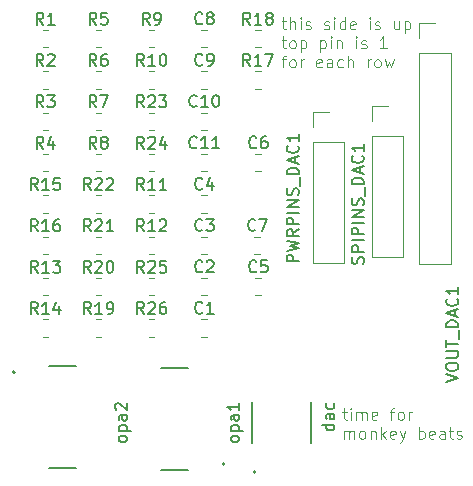
<source format=gbr>
%TF.GenerationSoftware,KiCad,Pcbnew,8.0.4*%
%TF.CreationDate,2024-08-15T03:18:53+02:00*%
%TF.ProjectId,breakout_dac,62726561-6b6f-4757-945f-6461632e6b69,rev?*%
%TF.SameCoordinates,Original*%
%TF.FileFunction,Legend,Top*%
%TF.FilePolarity,Positive*%
%FSLAX46Y46*%
G04 Gerber Fmt 4.6, Leading zero omitted, Abs format (unit mm)*
G04 Created by KiCad (PCBNEW 8.0.4) date 2024-08-15 03:18:53*
%MOMM*%
%LPD*%
G01*
G04 APERTURE LIST*
%ADD10C,0.100000*%
%ADD11C,0.150000*%
%ADD12C,0.120000*%
%ADD13C,0.200000*%
%ADD14C,0.127000*%
G04 APERTURE END LIST*
D10*
X83511025Y-90035864D02*
X83891977Y-90035864D01*
X83653882Y-89702531D02*
X83653882Y-90559673D01*
X83653882Y-90559673D02*
X83701501Y-90654912D01*
X83701501Y-90654912D02*
X83796739Y-90702531D01*
X83796739Y-90702531D02*
X83891977Y-90702531D01*
X84225311Y-90702531D02*
X84225311Y-89702531D01*
X84653882Y-90702531D02*
X84653882Y-90178721D01*
X84653882Y-90178721D02*
X84606263Y-90083483D01*
X84606263Y-90083483D02*
X84511025Y-90035864D01*
X84511025Y-90035864D02*
X84368168Y-90035864D01*
X84368168Y-90035864D02*
X84272930Y-90083483D01*
X84272930Y-90083483D02*
X84225311Y-90131102D01*
X85130073Y-90702531D02*
X85130073Y-90035864D01*
X85130073Y-89702531D02*
X85082454Y-89750150D01*
X85082454Y-89750150D02*
X85130073Y-89797769D01*
X85130073Y-89797769D02*
X85177692Y-89750150D01*
X85177692Y-89750150D02*
X85130073Y-89702531D01*
X85130073Y-89702531D02*
X85130073Y-89797769D01*
X85558644Y-90654912D02*
X85653882Y-90702531D01*
X85653882Y-90702531D02*
X85844358Y-90702531D01*
X85844358Y-90702531D02*
X85939596Y-90654912D01*
X85939596Y-90654912D02*
X85987215Y-90559673D01*
X85987215Y-90559673D02*
X85987215Y-90512054D01*
X85987215Y-90512054D02*
X85939596Y-90416816D01*
X85939596Y-90416816D02*
X85844358Y-90369197D01*
X85844358Y-90369197D02*
X85701501Y-90369197D01*
X85701501Y-90369197D02*
X85606263Y-90321578D01*
X85606263Y-90321578D02*
X85558644Y-90226340D01*
X85558644Y-90226340D02*
X85558644Y-90178721D01*
X85558644Y-90178721D02*
X85606263Y-90083483D01*
X85606263Y-90083483D02*
X85701501Y-90035864D01*
X85701501Y-90035864D02*
X85844358Y-90035864D01*
X85844358Y-90035864D02*
X85939596Y-90083483D01*
X87130073Y-90654912D02*
X87225311Y-90702531D01*
X87225311Y-90702531D02*
X87415787Y-90702531D01*
X87415787Y-90702531D02*
X87511025Y-90654912D01*
X87511025Y-90654912D02*
X87558644Y-90559673D01*
X87558644Y-90559673D02*
X87558644Y-90512054D01*
X87558644Y-90512054D02*
X87511025Y-90416816D01*
X87511025Y-90416816D02*
X87415787Y-90369197D01*
X87415787Y-90369197D02*
X87272930Y-90369197D01*
X87272930Y-90369197D02*
X87177692Y-90321578D01*
X87177692Y-90321578D02*
X87130073Y-90226340D01*
X87130073Y-90226340D02*
X87130073Y-90178721D01*
X87130073Y-90178721D02*
X87177692Y-90083483D01*
X87177692Y-90083483D02*
X87272930Y-90035864D01*
X87272930Y-90035864D02*
X87415787Y-90035864D01*
X87415787Y-90035864D02*
X87511025Y-90083483D01*
X87987216Y-90702531D02*
X87987216Y-90035864D01*
X87987216Y-89702531D02*
X87939597Y-89750150D01*
X87939597Y-89750150D02*
X87987216Y-89797769D01*
X87987216Y-89797769D02*
X88034835Y-89750150D01*
X88034835Y-89750150D02*
X87987216Y-89702531D01*
X87987216Y-89702531D02*
X87987216Y-89797769D01*
X88891977Y-90702531D02*
X88891977Y-89702531D01*
X88891977Y-90654912D02*
X88796739Y-90702531D01*
X88796739Y-90702531D02*
X88606263Y-90702531D01*
X88606263Y-90702531D02*
X88511025Y-90654912D01*
X88511025Y-90654912D02*
X88463406Y-90607292D01*
X88463406Y-90607292D02*
X88415787Y-90512054D01*
X88415787Y-90512054D02*
X88415787Y-90226340D01*
X88415787Y-90226340D02*
X88463406Y-90131102D01*
X88463406Y-90131102D02*
X88511025Y-90083483D01*
X88511025Y-90083483D02*
X88606263Y-90035864D01*
X88606263Y-90035864D02*
X88796739Y-90035864D01*
X88796739Y-90035864D02*
X88891977Y-90083483D01*
X89749120Y-90654912D02*
X89653882Y-90702531D01*
X89653882Y-90702531D02*
X89463406Y-90702531D01*
X89463406Y-90702531D02*
X89368168Y-90654912D01*
X89368168Y-90654912D02*
X89320549Y-90559673D01*
X89320549Y-90559673D02*
X89320549Y-90178721D01*
X89320549Y-90178721D02*
X89368168Y-90083483D01*
X89368168Y-90083483D02*
X89463406Y-90035864D01*
X89463406Y-90035864D02*
X89653882Y-90035864D01*
X89653882Y-90035864D02*
X89749120Y-90083483D01*
X89749120Y-90083483D02*
X89796739Y-90178721D01*
X89796739Y-90178721D02*
X89796739Y-90273959D01*
X89796739Y-90273959D02*
X89320549Y-90369197D01*
X90987216Y-90702531D02*
X90987216Y-90035864D01*
X90987216Y-89702531D02*
X90939597Y-89750150D01*
X90939597Y-89750150D02*
X90987216Y-89797769D01*
X90987216Y-89797769D02*
X91034835Y-89750150D01*
X91034835Y-89750150D02*
X90987216Y-89702531D01*
X90987216Y-89702531D02*
X90987216Y-89797769D01*
X91415787Y-90654912D02*
X91511025Y-90702531D01*
X91511025Y-90702531D02*
X91701501Y-90702531D01*
X91701501Y-90702531D02*
X91796739Y-90654912D01*
X91796739Y-90654912D02*
X91844358Y-90559673D01*
X91844358Y-90559673D02*
X91844358Y-90512054D01*
X91844358Y-90512054D02*
X91796739Y-90416816D01*
X91796739Y-90416816D02*
X91701501Y-90369197D01*
X91701501Y-90369197D02*
X91558644Y-90369197D01*
X91558644Y-90369197D02*
X91463406Y-90321578D01*
X91463406Y-90321578D02*
X91415787Y-90226340D01*
X91415787Y-90226340D02*
X91415787Y-90178721D01*
X91415787Y-90178721D02*
X91463406Y-90083483D01*
X91463406Y-90083483D02*
X91558644Y-90035864D01*
X91558644Y-90035864D02*
X91701501Y-90035864D01*
X91701501Y-90035864D02*
X91796739Y-90083483D01*
X93463406Y-90035864D02*
X93463406Y-90702531D01*
X93034835Y-90035864D02*
X93034835Y-90559673D01*
X93034835Y-90559673D02*
X93082454Y-90654912D01*
X93082454Y-90654912D02*
X93177692Y-90702531D01*
X93177692Y-90702531D02*
X93320549Y-90702531D01*
X93320549Y-90702531D02*
X93415787Y-90654912D01*
X93415787Y-90654912D02*
X93463406Y-90607292D01*
X93939597Y-90035864D02*
X93939597Y-91035864D01*
X93939597Y-90083483D02*
X94034835Y-90035864D01*
X94034835Y-90035864D02*
X94225311Y-90035864D01*
X94225311Y-90035864D02*
X94320549Y-90083483D01*
X94320549Y-90083483D02*
X94368168Y-90131102D01*
X94368168Y-90131102D02*
X94415787Y-90226340D01*
X94415787Y-90226340D02*
X94415787Y-90512054D01*
X94415787Y-90512054D02*
X94368168Y-90607292D01*
X94368168Y-90607292D02*
X94320549Y-90654912D01*
X94320549Y-90654912D02*
X94225311Y-90702531D01*
X94225311Y-90702531D02*
X94034835Y-90702531D01*
X94034835Y-90702531D02*
X93939597Y-90654912D01*
X83511025Y-91645808D02*
X83891977Y-91645808D01*
X83653882Y-91312475D02*
X83653882Y-92169617D01*
X83653882Y-92169617D02*
X83701501Y-92264856D01*
X83701501Y-92264856D02*
X83796739Y-92312475D01*
X83796739Y-92312475D02*
X83891977Y-92312475D01*
X84368168Y-92312475D02*
X84272930Y-92264856D01*
X84272930Y-92264856D02*
X84225311Y-92217236D01*
X84225311Y-92217236D02*
X84177692Y-92121998D01*
X84177692Y-92121998D02*
X84177692Y-91836284D01*
X84177692Y-91836284D02*
X84225311Y-91741046D01*
X84225311Y-91741046D02*
X84272930Y-91693427D01*
X84272930Y-91693427D02*
X84368168Y-91645808D01*
X84368168Y-91645808D02*
X84511025Y-91645808D01*
X84511025Y-91645808D02*
X84606263Y-91693427D01*
X84606263Y-91693427D02*
X84653882Y-91741046D01*
X84653882Y-91741046D02*
X84701501Y-91836284D01*
X84701501Y-91836284D02*
X84701501Y-92121998D01*
X84701501Y-92121998D02*
X84653882Y-92217236D01*
X84653882Y-92217236D02*
X84606263Y-92264856D01*
X84606263Y-92264856D02*
X84511025Y-92312475D01*
X84511025Y-92312475D02*
X84368168Y-92312475D01*
X85130073Y-91645808D02*
X85130073Y-92645808D01*
X85130073Y-91693427D02*
X85225311Y-91645808D01*
X85225311Y-91645808D02*
X85415787Y-91645808D01*
X85415787Y-91645808D02*
X85511025Y-91693427D01*
X85511025Y-91693427D02*
X85558644Y-91741046D01*
X85558644Y-91741046D02*
X85606263Y-91836284D01*
X85606263Y-91836284D02*
X85606263Y-92121998D01*
X85606263Y-92121998D02*
X85558644Y-92217236D01*
X85558644Y-92217236D02*
X85511025Y-92264856D01*
X85511025Y-92264856D02*
X85415787Y-92312475D01*
X85415787Y-92312475D02*
X85225311Y-92312475D01*
X85225311Y-92312475D02*
X85130073Y-92264856D01*
X86796740Y-91645808D02*
X86796740Y-92645808D01*
X86796740Y-91693427D02*
X86891978Y-91645808D01*
X86891978Y-91645808D02*
X87082454Y-91645808D01*
X87082454Y-91645808D02*
X87177692Y-91693427D01*
X87177692Y-91693427D02*
X87225311Y-91741046D01*
X87225311Y-91741046D02*
X87272930Y-91836284D01*
X87272930Y-91836284D02*
X87272930Y-92121998D01*
X87272930Y-92121998D02*
X87225311Y-92217236D01*
X87225311Y-92217236D02*
X87177692Y-92264856D01*
X87177692Y-92264856D02*
X87082454Y-92312475D01*
X87082454Y-92312475D02*
X86891978Y-92312475D01*
X86891978Y-92312475D02*
X86796740Y-92264856D01*
X87701502Y-92312475D02*
X87701502Y-91645808D01*
X87701502Y-91312475D02*
X87653883Y-91360094D01*
X87653883Y-91360094D02*
X87701502Y-91407713D01*
X87701502Y-91407713D02*
X87749121Y-91360094D01*
X87749121Y-91360094D02*
X87701502Y-91312475D01*
X87701502Y-91312475D02*
X87701502Y-91407713D01*
X88177692Y-91645808D02*
X88177692Y-92312475D01*
X88177692Y-91741046D02*
X88225311Y-91693427D01*
X88225311Y-91693427D02*
X88320549Y-91645808D01*
X88320549Y-91645808D02*
X88463406Y-91645808D01*
X88463406Y-91645808D02*
X88558644Y-91693427D01*
X88558644Y-91693427D02*
X88606263Y-91788665D01*
X88606263Y-91788665D02*
X88606263Y-92312475D01*
X89844359Y-92312475D02*
X89844359Y-91645808D01*
X89844359Y-91312475D02*
X89796740Y-91360094D01*
X89796740Y-91360094D02*
X89844359Y-91407713D01*
X89844359Y-91407713D02*
X89891978Y-91360094D01*
X89891978Y-91360094D02*
X89844359Y-91312475D01*
X89844359Y-91312475D02*
X89844359Y-91407713D01*
X90272930Y-92264856D02*
X90368168Y-92312475D01*
X90368168Y-92312475D02*
X90558644Y-92312475D01*
X90558644Y-92312475D02*
X90653882Y-92264856D01*
X90653882Y-92264856D02*
X90701501Y-92169617D01*
X90701501Y-92169617D02*
X90701501Y-92121998D01*
X90701501Y-92121998D02*
X90653882Y-92026760D01*
X90653882Y-92026760D02*
X90558644Y-91979141D01*
X90558644Y-91979141D02*
X90415787Y-91979141D01*
X90415787Y-91979141D02*
X90320549Y-91931522D01*
X90320549Y-91931522D02*
X90272930Y-91836284D01*
X90272930Y-91836284D02*
X90272930Y-91788665D01*
X90272930Y-91788665D02*
X90320549Y-91693427D01*
X90320549Y-91693427D02*
X90415787Y-91645808D01*
X90415787Y-91645808D02*
X90558644Y-91645808D01*
X90558644Y-91645808D02*
X90653882Y-91693427D01*
X92415787Y-92312475D02*
X91844359Y-92312475D01*
X92130073Y-92312475D02*
X92130073Y-91312475D01*
X92130073Y-91312475D02*
X92034835Y-91455332D01*
X92034835Y-91455332D02*
X91939597Y-91550570D01*
X91939597Y-91550570D02*
X91844359Y-91598189D01*
X83511025Y-93255752D02*
X83891977Y-93255752D01*
X83653882Y-93922419D02*
X83653882Y-93065276D01*
X83653882Y-93065276D02*
X83701501Y-92970038D01*
X83701501Y-92970038D02*
X83796739Y-92922419D01*
X83796739Y-92922419D02*
X83891977Y-92922419D01*
X84368168Y-93922419D02*
X84272930Y-93874800D01*
X84272930Y-93874800D02*
X84225311Y-93827180D01*
X84225311Y-93827180D02*
X84177692Y-93731942D01*
X84177692Y-93731942D02*
X84177692Y-93446228D01*
X84177692Y-93446228D02*
X84225311Y-93350990D01*
X84225311Y-93350990D02*
X84272930Y-93303371D01*
X84272930Y-93303371D02*
X84368168Y-93255752D01*
X84368168Y-93255752D02*
X84511025Y-93255752D01*
X84511025Y-93255752D02*
X84606263Y-93303371D01*
X84606263Y-93303371D02*
X84653882Y-93350990D01*
X84653882Y-93350990D02*
X84701501Y-93446228D01*
X84701501Y-93446228D02*
X84701501Y-93731942D01*
X84701501Y-93731942D02*
X84653882Y-93827180D01*
X84653882Y-93827180D02*
X84606263Y-93874800D01*
X84606263Y-93874800D02*
X84511025Y-93922419D01*
X84511025Y-93922419D02*
X84368168Y-93922419D01*
X85130073Y-93922419D02*
X85130073Y-93255752D01*
X85130073Y-93446228D02*
X85177692Y-93350990D01*
X85177692Y-93350990D02*
X85225311Y-93303371D01*
X85225311Y-93303371D02*
X85320549Y-93255752D01*
X85320549Y-93255752D02*
X85415787Y-93255752D01*
X86891978Y-93874800D02*
X86796740Y-93922419D01*
X86796740Y-93922419D02*
X86606264Y-93922419D01*
X86606264Y-93922419D02*
X86511026Y-93874800D01*
X86511026Y-93874800D02*
X86463407Y-93779561D01*
X86463407Y-93779561D02*
X86463407Y-93398609D01*
X86463407Y-93398609D02*
X86511026Y-93303371D01*
X86511026Y-93303371D02*
X86606264Y-93255752D01*
X86606264Y-93255752D02*
X86796740Y-93255752D01*
X86796740Y-93255752D02*
X86891978Y-93303371D01*
X86891978Y-93303371D02*
X86939597Y-93398609D01*
X86939597Y-93398609D02*
X86939597Y-93493847D01*
X86939597Y-93493847D02*
X86463407Y-93589085D01*
X87796740Y-93922419D02*
X87796740Y-93398609D01*
X87796740Y-93398609D02*
X87749121Y-93303371D01*
X87749121Y-93303371D02*
X87653883Y-93255752D01*
X87653883Y-93255752D02*
X87463407Y-93255752D01*
X87463407Y-93255752D02*
X87368169Y-93303371D01*
X87796740Y-93874800D02*
X87701502Y-93922419D01*
X87701502Y-93922419D02*
X87463407Y-93922419D01*
X87463407Y-93922419D02*
X87368169Y-93874800D01*
X87368169Y-93874800D02*
X87320550Y-93779561D01*
X87320550Y-93779561D02*
X87320550Y-93684323D01*
X87320550Y-93684323D02*
X87368169Y-93589085D01*
X87368169Y-93589085D02*
X87463407Y-93541466D01*
X87463407Y-93541466D02*
X87701502Y-93541466D01*
X87701502Y-93541466D02*
X87796740Y-93493847D01*
X88701502Y-93874800D02*
X88606264Y-93922419D01*
X88606264Y-93922419D02*
X88415788Y-93922419D01*
X88415788Y-93922419D02*
X88320550Y-93874800D01*
X88320550Y-93874800D02*
X88272931Y-93827180D01*
X88272931Y-93827180D02*
X88225312Y-93731942D01*
X88225312Y-93731942D02*
X88225312Y-93446228D01*
X88225312Y-93446228D02*
X88272931Y-93350990D01*
X88272931Y-93350990D02*
X88320550Y-93303371D01*
X88320550Y-93303371D02*
X88415788Y-93255752D01*
X88415788Y-93255752D02*
X88606264Y-93255752D01*
X88606264Y-93255752D02*
X88701502Y-93303371D01*
X89130074Y-93922419D02*
X89130074Y-92922419D01*
X89558645Y-93922419D02*
X89558645Y-93398609D01*
X89558645Y-93398609D02*
X89511026Y-93303371D01*
X89511026Y-93303371D02*
X89415788Y-93255752D01*
X89415788Y-93255752D02*
X89272931Y-93255752D01*
X89272931Y-93255752D02*
X89177693Y-93303371D01*
X89177693Y-93303371D02*
X89130074Y-93350990D01*
X90796741Y-93922419D02*
X90796741Y-93255752D01*
X90796741Y-93446228D02*
X90844360Y-93350990D01*
X90844360Y-93350990D02*
X90891979Y-93303371D01*
X90891979Y-93303371D02*
X90987217Y-93255752D01*
X90987217Y-93255752D02*
X91082455Y-93255752D01*
X91558646Y-93922419D02*
X91463408Y-93874800D01*
X91463408Y-93874800D02*
X91415789Y-93827180D01*
X91415789Y-93827180D02*
X91368170Y-93731942D01*
X91368170Y-93731942D02*
X91368170Y-93446228D01*
X91368170Y-93446228D02*
X91415789Y-93350990D01*
X91415789Y-93350990D02*
X91463408Y-93303371D01*
X91463408Y-93303371D02*
X91558646Y-93255752D01*
X91558646Y-93255752D02*
X91701503Y-93255752D01*
X91701503Y-93255752D02*
X91796741Y-93303371D01*
X91796741Y-93303371D02*
X91844360Y-93350990D01*
X91844360Y-93350990D02*
X91891979Y-93446228D01*
X91891979Y-93446228D02*
X91891979Y-93731942D01*
X91891979Y-93731942D02*
X91844360Y-93827180D01*
X91844360Y-93827180D02*
X91796741Y-93874800D01*
X91796741Y-93874800D02*
X91701503Y-93922419D01*
X91701503Y-93922419D02*
X91558646Y-93922419D01*
X92225313Y-93255752D02*
X92415789Y-93922419D01*
X92415789Y-93922419D02*
X92606265Y-93446228D01*
X92606265Y-93446228D02*
X92796741Y-93922419D01*
X92796741Y-93922419D02*
X92987217Y-93255752D01*
X88661027Y-123095808D02*
X89041979Y-123095808D01*
X88803884Y-122762475D02*
X88803884Y-123619617D01*
X88803884Y-123619617D02*
X88851503Y-123714856D01*
X88851503Y-123714856D02*
X88946741Y-123762475D01*
X88946741Y-123762475D02*
X89041979Y-123762475D01*
X89375313Y-123762475D02*
X89375313Y-123095808D01*
X89375313Y-122762475D02*
X89327694Y-122810094D01*
X89327694Y-122810094D02*
X89375313Y-122857713D01*
X89375313Y-122857713D02*
X89422932Y-122810094D01*
X89422932Y-122810094D02*
X89375313Y-122762475D01*
X89375313Y-122762475D02*
X89375313Y-122857713D01*
X89851503Y-123762475D02*
X89851503Y-123095808D01*
X89851503Y-123191046D02*
X89899122Y-123143427D01*
X89899122Y-123143427D02*
X89994360Y-123095808D01*
X89994360Y-123095808D02*
X90137217Y-123095808D01*
X90137217Y-123095808D02*
X90232455Y-123143427D01*
X90232455Y-123143427D02*
X90280074Y-123238665D01*
X90280074Y-123238665D02*
X90280074Y-123762475D01*
X90280074Y-123238665D02*
X90327693Y-123143427D01*
X90327693Y-123143427D02*
X90422931Y-123095808D01*
X90422931Y-123095808D02*
X90565788Y-123095808D01*
X90565788Y-123095808D02*
X90661027Y-123143427D01*
X90661027Y-123143427D02*
X90708646Y-123238665D01*
X90708646Y-123238665D02*
X90708646Y-123762475D01*
X91565788Y-123714856D02*
X91470550Y-123762475D01*
X91470550Y-123762475D02*
X91280074Y-123762475D01*
X91280074Y-123762475D02*
X91184836Y-123714856D01*
X91184836Y-123714856D02*
X91137217Y-123619617D01*
X91137217Y-123619617D02*
X91137217Y-123238665D01*
X91137217Y-123238665D02*
X91184836Y-123143427D01*
X91184836Y-123143427D02*
X91280074Y-123095808D01*
X91280074Y-123095808D02*
X91470550Y-123095808D01*
X91470550Y-123095808D02*
X91565788Y-123143427D01*
X91565788Y-123143427D02*
X91613407Y-123238665D01*
X91613407Y-123238665D02*
X91613407Y-123333903D01*
X91613407Y-123333903D02*
X91137217Y-123429141D01*
X92661027Y-123095808D02*
X93041979Y-123095808D01*
X92803884Y-123762475D02*
X92803884Y-122905332D01*
X92803884Y-122905332D02*
X92851503Y-122810094D01*
X92851503Y-122810094D02*
X92946741Y-122762475D01*
X92946741Y-122762475D02*
X93041979Y-122762475D01*
X93518170Y-123762475D02*
X93422932Y-123714856D01*
X93422932Y-123714856D02*
X93375313Y-123667236D01*
X93375313Y-123667236D02*
X93327694Y-123571998D01*
X93327694Y-123571998D02*
X93327694Y-123286284D01*
X93327694Y-123286284D02*
X93375313Y-123191046D01*
X93375313Y-123191046D02*
X93422932Y-123143427D01*
X93422932Y-123143427D02*
X93518170Y-123095808D01*
X93518170Y-123095808D02*
X93661027Y-123095808D01*
X93661027Y-123095808D02*
X93756265Y-123143427D01*
X93756265Y-123143427D02*
X93803884Y-123191046D01*
X93803884Y-123191046D02*
X93851503Y-123286284D01*
X93851503Y-123286284D02*
X93851503Y-123571998D01*
X93851503Y-123571998D02*
X93803884Y-123667236D01*
X93803884Y-123667236D02*
X93756265Y-123714856D01*
X93756265Y-123714856D02*
X93661027Y-123762475D01*
X93661027Y-123762475D02*
X93518170Y-123762475D01*
X94280075Y-123762475D02*
X94280075Y-123095808D01*
X94280075Y-123286284D02*
X94327694Y-123191046D01*
X94327694Y-123191046D02*
X94375313Y-123143427D01*
X94375313Y-123143427D02*
X94470551Y-123095808D01*
X94470551Y-123095808D02*
X94565789Y-123095808D01*
X88803884Y-125372419D02*
X88803884Y-124705752D01*
X88803884Y-124800990D02*
X88851503Y-124753371D01*
X88851503Y-124753371D02*
X88946741Y-124705752D01*
X88946741Y-124705752D02*
X89089598Y-124705752D01*
X89089598Y-124705752D02*
X89184836Y-124753371D01*
X89184836Y-124753371D02*
X89232455Y-124848609D01*
X89232455Y-124848609D02*
X89232455Y-125372419D01*
X89232455Y-124848609D02*
X89280074Y-124753371D01*
X89280074Y-124753371D02*
X89375312Y-124705752D01*
X89375312Y-124705752D02*
X89518169Y-124705752D01*
X89518169Y-124705752D02*
X89613408Y-124753371D01*
X89613408Y-124753371D02*
X89661027Y-124848609D01*
X89661027Y-124848609D02*
X89661027Y-125372419D01*
X90280074Y-125372419D02*
X90184836Y-125324800D01*
X90184836Y-125324800D02*
X90137217Y-125277180D01*
X90137217Y-125277180D02*
X90089598Y-125181942D01*
X90089598Y-125181942D02*
X90089598Y-124896228D01*
X90089598Y-124896228D02*
X90137217Y-124800990D01*
X90137217Y-124800990D02*
X90184836Y-124753371D01*
X90184836Y-124753371D02*
X90280074Y-124705752D01*
X90280074Y-124705752D02*
X90422931Y-124705752D01*
X90422931Y-124705752D02*
X90518169Y-124753371D01*
X90518169Y-124753371D02*
X90565788Y-124800990D01*
X90565788Y-124800990D02*
X90613407Y-124896228D01*
X90613407Y-124896228D02*
X90613407Y-125181942D01*
X90613407Y-125181942D02*
X90565788Y-125277180D01*
X90565788Y-125277180D02*
X90518169Y-125324800D01*
X90518169Y-125324800D02*
X90422931Y-125372419D01*
X90422931Y-125372419D02*
X90280074Y-125372419D01*
X91041979Y-124705752D02*
X91041979Y-125372419D01*
X91041979Y-124800990D02*
X91089598Y-124753371D01*
X91089598Y-124753371D02*
X91184836Y-124705752D01*
X91184836Y-124705752D02*
X91327693Y-124705752D01*
X91327693Y-124705752D02*
X91422931Y-124753371D01*
X91422931Y-124753371D02*
X91470550Y-124848609D01*
X91470550Y-124848609D02*
X91470550Y-125372419D01*
X91946741Y-125372419D02*
X91946741Y-124372419D01*
X92041979Y-124991466D02*
X92327693Y-125372419D01*
X92327693Y-124705752D02*
X91946741Y-125086704D01*
X93137217Y-125324800D02*
X93041979Y-125372419D01*
X93041979Y-125372419D02*
X92851503Y-125372419D01*
X92851503Y-125372419D02*
X92756265Y-125324800D01*
X92756265Y-125324800D02*
X92708646Y-125229561D01*
X92708646Y-125229561D02*
X92708646Y-124848609D01*
X92708646Y-124848609D02*
X92756265Y-124753371D01*
X92756265Y-124753371D02*
X92851503Y-124705752D01*
X92851503Y-124705752D02*
X93041979Y-124705752D01*
X93041979Y-124705752D02*
X93137217Y-124753371D01*
X93137217Y-124753371D02*
X93184836Y-124848609D01*
X93184836Y-124848609D02*
X93184836Y-124943847D01*
X93184836Y-124943847D02*
X92708646Y-125039085D01*
X93518170Y-124705752D02*
X93756265Y-125372419D01*
X93994360Y-124705752D02*
X93756265Y-125372419D01*
X93756265Y-125372419D02*
X93661027Y-125610514D01*
X93661027Y-125610514D02*
X93613408Y-125658133D01*
X93613408Y-125658133D02*
X93518170Y-125705752D01*
X95137218Y-125372419D02*
X95137218Y-124372419D01*
X95137218Y-124753371D02*
X95232456Y-124705752D01*
X95232456Y-124705752D02*
X95422932Y-124705752D01*
X95422932Y-124705752D02*
X95518170Y-124753371D01*
X95518170Y-124753371D02*
X95565789Y-124800990D01*
X95565789Y-124800990D02*
X95613408Y-124896228D01*
X95613408Y-124896228D02*
X95613408Y-125181942D01*
X95613408Y-125181942D02*
X95565789Y-125277180D01*
X95565789Y-125277180D02*
X95518170Y-125324800D01*
X95518170Y-125324800D02*
X95422932Y-125372419D01*
X95422932Y-125372419D02*
X95232456Y-125372419D01*
X95232456Y-125372419D02*
X95137218Y-125324800D01*
X96422932Y-125324800D02*
X96327694Y-125372419D01*
X96327694Y-125372419D02*
X96137218Y-125372419D01*
X96137218Y-125372419D02*
X96041980Y-125324800D01*
X96041980Y-125324800D02*
X95994361Y-125229561D01*
X95994361Y-125229561D02*
X95994361Y-124848609D01*
X95994361Y-124848609D02*
X96041980Y-124753371D01*
X96041980Y-124753371D02*
X96137218Y-124705752D01*
X96137218Y-124705752D02*
X96327694Y-124705752D01*
X96327694Y-124705752D02*
X96422932Y-124753371D01*
X96422932Y-124753371D02*
X96470551Y-124848609D01*
X96470551Y-124848609D02*
X96470551Y-124943847D01*
X96470551Y-124943847D02*
X95994361Y-125039085D01*
X97327694Y-125372419D02*
X97327694Y-124848609D01*
X97327694Y-124848609D02*
X97280075Y-124753371D01*
X97280075Y-124753371D02*
X97184837Y-124705752D01*
X97184837Y-124705752D02*
X96994361Y-124705752D01*
X96994361Y-124705752D02*
X96899123Y-124753371D01*
X97327694Y-125324800D02*
X97232456Y-125372419D01*
X97232456Y-125372419D02*
X96994361Y-125372419D01*
X96994361Y-125372419D02*
X96899123Y-125324800D01*
X96899123Y-125324800D02*
X96851504Y-125229561D01*
X96851504Y-125229561D02*
X96851504Y-125134323D01*
X96851504Y-125134323D02*
X96899123Y-125039085D01*
X96899123Y-125039085D02*
X96994361Y-124991466D01*
X96994361Y-124991466D02*
X97232456Y-124991466D01*
X97232456Y-124991466D02*
X97327694Y-124943847D01*
X97661028Y-124705752D02*
X98041980Y-124705752D01*
X97803885Y-124372419D02*
X97803885Y-125229561D01*
X97803885Y-125229561D02*
X97851504Y-125324800D01*
X97851504Y-125324800D02*
X97946742Y-125372419D01*
X97946742Y-125372419D02*
X98041980Y-125372419D01*
X98327695Y-125324800D02*
X98422933Y-125372419D01*
X98422933Y-125372419D02*
X98613409Y-125372419D01*
X98613409Y-125372419D02*
X98708647Y-125324800D01*
X98708647Y-125324800D02*
X98756266Y-125229561D01*
X98756266Y-125229561D02*
X98756266Y-125181942D01*
X98756266Y-125181942D02*
X98708647Y-125086704D01*
X98708647Y-125086704D02*
X98613409Y-125039085D01*
X98613409Y-125039085D02*
X98470552Y-125039085D01*
X98470552Y-125039085D02*
X98375314Y-124991466D01*
X98375314Y-124991466D02*
X98327695Y-124896228D01*
X98327695Y-124896228D02*
X98327695Y-124848609D01*
X98327695Y-124848609D02*
X98375314Y-124753371D01*
X98375314Y-124753371D02*
X98470552Y-124705752D01*
X98470552Y-124705752D02*
X98613409Y-124705752D01*
X98613409Y-124705752D02*
X98708647Y-124753371D01*
D11*
X97454819Y-120547618D02*
X98454819Y-120214285D01*
X98454819Y-120214285D02*
X97454819Y-119880952D01*
X97454819Y-119357142D02*
X97454819Y-119166666D01*
X97454819Y-119166666D02*
X97502438Y-119071428D01*
X97502438Y-119071428D02*
X97597676Y-118976190D01*
X97597676Y-118976190D02*
X97788152Y-118928571D01*
X97788152Y-118928571D02*
X98121485Y-118928571D01*
X98121485Y-118928571D02*
X98311961Y-118976190D01*
X98311961Y-118976190D02*
X98407200Y-119071428D01*
X98407200Y-119071428D02*
X98454819Y-119166666D01*
X98454819Y-119166666D02*
X98454819Y-119357142D01*
X98454819Y-119357142D02*
X98407200Y-119452380D01*
X98407200Y-119452380D02*
X98311961Y-119547618D01*
X98311961Y-119547618D02*
X98121485Y-119595237D01*
X98121485Y-119595237D02*
X97788152Y-119595237D01*
X97788152Y-119595237D02*
X97597676Y-119547618D01*
X97597676Y-119547618D02*
X97502438Y-119452380D01*
X97502438Y-119452380D02*
X97454819Y-119357142D01*
X97454819Y-118499999D02*
X98264342Y-118499999D01*
X98264342Y-118499999D02*
X98359580Y-118452380D01*
X98359580Y-118452380D02*
X98407200Y-118404761D01*
X98407200Y-118404761D02*
X98454819Y-118309523D01*
X98454819Y-118309523D02*
X98454819Y-118119047D01*
X98454819Y-118119047D02*
X98407200Y-118023809D01*
X98407200Y-118023809D02*
X98359580Y-117976190D01*
X98359580Y-117976190D02*
X98264342Y-117928571D01*
X98264342Y-117928571D02*
X97454819Y-117928571D01*
X97454819Y-117595237D02*
X97454819Y-117023809D01*
X98454819Y-117309523D02*
X97454819Y-117309523D01*
X98550057Y-116928571D02*
X98550057Y-116166666D01*
X98454819Y-115928570D02*
X97454819Y-115928570D01*
X97454819Y-115928570D02*
X97454819Y-115690475D01*
X97454819Y-115690475D02*
X97502438Y-115547618D01*
X97502438Y-115547618D02*
X97597676Y-115452380D01*
X97597676Y-115452380D02*
X97692914Y-115404761D01*
X97692914Y-115404761D02*
X97883390Y-115357142D01*
X97883390Y-115357142D02*
X98026247Y-115357142D01*
X98026247Y-115357142D02*
X98216723Y-115404761D01*
X98216723Y-115404761D02*
X98311961Y-115452380D01*
X98311961Y-115452380D02*
X98407200Y-115547618D01*
X98407200Y-115547618D02*
X98454819Y-115690475D01*
X98454819Y-115690475D02*
X98454819Y-115928570D01*
X98169104Y-114976189D02*
X98169104Y-114499999D01*
X98454819Y-115071427D02*
X97454819Y-114738094D01*
X97454819Y-114738094D02*
X98454819Y-114404761D01*
X98359580Y-113499999D02*
X98407200Y-113547618D01*
X98407200Y-113547618D02*
X98454819Y-113690475D01*
X98454819Y-113690475D02*
X98454819Y-113785713D01*
X98454819Y-113785713D02*
X98407200Y-113928570D01*
X98407200Y-113928570D02*
X98311961Y-114023808D01*
X98311961Y-114023808D02*
X98216723Y-114071427D01*
X98216723Y-114071427D02*
X98026247Y-114119046D01*
X98026247Y-114119046D02*
X97883390Y-114119046D01*
X97883390Y-114119046D02*
X97692914Y-114071427D01*
X97692914Y-114071427D02*
X97597676Y-114023808D01*
X97597676Y-114023808D02*
X97502438Y-113928570D01*
X97502438Y-113928570D02*
X97454819Y-113785713D01*
X97454819Y-113785713D02*
X97454819Y-113690475D01*
X97454819Y-113690475D02*
X97502438Y-113547618D01*
X97502438Y-113547618D02*
X97550057Y-113499999D01*
X98454819Y-112547618D02*
X98454819Y-113119046D01*
X98454819Y-112833332D02*
X97454819Y-112833332D01*
X97454819Y-112833332D02*
X97597676Y-112928570D01*
X97597676Y-112928570D02*
X97692914Y-113023808D01*
X97692914Y-113023808D02*
X97740533Y-113119046D01*
X87954819Y-124166666D02*
X86954819Y-124166666D01*
X87907200Y-124166666D02*
X87954819Y-124261904D01*
X87954819Y-124261904D02*
X87954819Y-124452380D01*
X87954819Y-124452380D02*
X87907200Y-124547618D01*
X87907200Y-124547618D02*
X87859580Y-124595237D01*
X87859580Y-124595237D02*
X87764342Y-124642856D01*
X87764342Y-124642856D02*
X87478628Y-124642856D01*
X87478628Y-124642856D02*
X87383390Y-124595237D01*
X87383390Y-124595237D02*
X87335771Y-124547618D01*
X87335771Y-124547618D02*
X87288152Y-124452380D01*
X87288152Y-124452380D02*
X87288152Y-124261904D01*
X87288152Y-124261904D02*
X87335771Y-124166666D01*
X87954819Y-123261904D02*
X87431009Y-123261904D01*
X87431009Y-123261904D02*
X87335771Y-123309523D01*
X87335771Y-123309523D02*
X87288152Y-123404761D01*
X87288152Y-123404761D02*
X87288152Y-123595237D01*
X87288152Y-123595237D02*
X87335771Y-123690475D01*
X87907200Y-123261904D02*
X87954819Y-123357142D01*
X87954819Y-123357142D02*
X87954819Y-123595237D01*
X87954819Y-123595237D02*
X87907200Y-123690475D01*
X87907200Y-123690475D02*
X87811961Y-123738094D01*
X87811961Y-123738094D02*
X87716723Y-123738094D01*
X87716723Y-123738094D02*
X87621485Y-123690475D01*
X87621485Y-123690475D02*
X87573866Y-123595237D01*
X87573866Y-123595237D02*
X87573866Y-123357142D01*
X87573866Y-123357142D02*
X87526247Y-123261904D01*
X87907200Y-122357142D02*
X87954819Y-122452380D01*
X87954819Y-122452380D02*
X87954819Y-122642856D01*
X87954819Y-122642856D02*
X87907200Y-122738094D01*
X87907200Y-122738094D02*
X87859580Y-122785713D01*
X87859580Y-122785713D02*
X87764342Y-122833332D01*
X87764342Y-122833332D02*
X87478628Y-122833332D01*
X87478628Y-122833332D02*
X87383390Y-122785713D01*
X87383390Y-122785713D02*
X87335771Y-122738094D01*
X87335771Y-122738094D02*
X87288152Y-122642856D01*
X87288152Y-122642856D02*
X87288152Y-122452380D01*
X87288152Y-122452380D02*
X87335771Y-122357142D01*
X70404819Y-125452380D02*
X70357200Y-125547618D01*
X70357200Y-125547618D02*
X70309580Y-125595237D01*
X70309580Y-125595237D02*
X70214342Y-125642856D01*
X70214342Y-125642856D02*
X69928628Y-125642856D01*
X69928628Y-125642856D02*
X69833390Y-125595237D01*
X69833390Y-125595237D02*
X69785771Y-125547618D01*
X69785771Y-125547618D02*
X69738152Y-125452380D01*
X69738152Y-125452380D02*
X69738152Y-125309523D01*
X69738152Y-125309523D02*
X69785771Y-125214285D01*
X69785771Y-125214285D02*
X69833390Y-125166666D01*
X69833390Y-125166666D02*
X69928628Y-125119047D01*
X69928628Y-125119047D02*
X70214342Y-125119047D01*
X70214342Y-125119047D02*
X70309580Y-125166666D01*
X70309580Y-125166666D02*
X70357200Y-125214285D01*
X70357200Y-125214285D02*
X70404819Y-125309523D01*
X70404819Y-125309523D02*
X70404819Y-125452380D01*
X69738152Y-124690475D02*
X70738152Y-124690475D01*
X69785771Y-124690475D02*
X69738152Y-124595237D01*
X69738152Y-124595237D02*
X69738152Y-124404761D01*
X69738152Y-124404761D02*
X69785771Y-124309523D01*
X69785771Y-124309523D02*
X69833390Y-124261904D01*
X69833390Y-124261904D02*
X69928628Y-124214285D01*
X69928628Y-124214285D02*
X70214342Y-124214285D01*
X70214342Y-124214285D02*
X70309580Y-124261904D01*
X70309580Y-124261904D02*
X70357200Y-124309523D01*
X70357200Y-124309523D02*
X70404819Y-124404761D01*
X70404819Y-124404761D02*
X70404819Y-124595237D01*
X70404819Y-124595237D02*
X70357200Y-124690475D01*
X70404819Y-123357142D02*
X69881009Y-123357142D01*
X69881009Y-123357142D02*
X69785771Y-123404761D01*
X69785771Y-123404761D02*
X69738152Y-123499999D01*
X69738152Y-123499999D02*
X69738152Y-123690475D01*
X69738152Y-123690475D02*
X69785771Y-123785713D01*
X70357200Y-123357142D02*
X70404819Y-123452380D01*
X70404819Y-123452380D02*
X70404819Y-123690475D01*
X70404819Y-123690475D02*
X70357200Y-123785713D01*
X70357200Y-123785713D02*
X70261961Y-123833332D01*
X70261961Y-123833332D02*
X70166723Y-123833332D01*
X70166723Y-123833332D02*
X70071485Y-123785713D01*
X70071485Y-123785713D02*
X70023866Y-123690475D01*
X70023866Y-123690475D02*
X70023866Y-123452380D01*
X70023866Y-123452380D02*
X69976247Y-123357142D01*
X69500057Y-122928570D02*
X69452438Y-122880951D01*
X69452438Y-122880951D02*
X69404819Y-122785713D01*
X69404819Y-122785713D02*
X69404819Y-122547618D01*
X69404819Y-122547618D02*
X69452438Y-122452380D01*
X69452438Y-122452380D02*
X69500057Y-122404761D01*
X69500057Y-122404761D02*
X69595295Y-122357142D01*
X69595295Y-122357142D02*
X69690533Y-122357142D01*
X69690533Y-122357142D02*
X69833390Y-122404761D01*
X69833390Y-122404761D02*
X70404819Y-122976189D01*
X70404819Y-122976189D02*
X70404819Y-122357142D01*
X79904819Y-125452380D02*
X79857200Y-125547618D01*
X79857200Y-125547618D02*
X79809580Y-125595237D01*
X79809580Y-125595237D02*
X79714342Y-125642856D01*
X79714342Y-125642856D02*
X79428628Y-125642856D01*
X79428628Y-125642856D02*
X79333390Y-125595237D01*
X79333390Y-125595237D02*
X79285771Y-125547618D01*
X79285771Y-125547618D02*
X79238152Y-125452380D01*
X79238152Y-125452380D02*
X79238152Y-125309523D01*
X79238152Y-125309523D02*
X79285771Y-125214285D01*
X79285771Y-125214285D02*
X79333390Y-125166666D01*
X79333390Y-125166666D02*
X79428628Y-125119047D01*
X79428628Y-125119047D02*
X79714342Y-125119047D01*
X79714342Y-125119047D02*
X79809580Y-125166666D01*
X79809580Y-125166666D02*
X79857200Y-125214285D01*
X79857200Y-125214285D02*
X79904819Y-125309523D01*
X79904819Y-125309523D02*
X79904819Y-125452380D01*
X79238152Y-124690475D02*
X80238152Y-124690475D01*
X79285771Y-124690475D02*
X79238152Y-124595237D01*
X79238152Y-124595237D02*
X79238152Y-124404761D01*
X79238152Y-124404761D02*
X79285771Y-124309523D01*
X79285771Y-124309523D02*
X79333390Y-124261904D01*
X79333390Y-124261904D02*
X79428628Y-124214285D01*
X79428628Y-124214285D02*
X79714342Y-124214285D01*
X79714342Y-124214285D02*
X79809580Y-124261904D01*
X79809580Y-124261904D02*
X79857200Y-124309523D01*
X79857200Y-124309523D02*
X79904819Y-124404761D01*
X79904819Y-124404761D02*
X79904819Y-124595237D01*
X79904819Y-124595237D02*
X79857200Y-124690475D01*
X79904819Y-123357142D02*
X79381009Y-123357142D01*
X79381009Y-123357142D02*
X79285771Y-123404761D01*
X79285771Y-123404761D02*
X79238152Y-123499999D01*
X79238152Y-123499999D02*
X79238152Y-123690475D01*
X79238152Y-123690475D02*
X79285771Y-123785713D01*
X79857200Y-123357142D02*
X79904819Y-123452380D01*
X79904819Y-123452380D02*
X79904819Y-123690475D01*
X79904819Y-123690475D02*
X79857200Y-123785713D01*
X79857200Y-123785713D02*
X79761961Y-123833332D01*
X79761961Y-123833332D02*
X79666723Y-123833332D01*
X79666723Y-123833332D02*
X79571485Y-123785713D01*
X79571485Y-123785713D02*
X79523866Y-123690475D01*
X79523866Y-123690475D02*
X79523866Y-123452380D01*
X79523866Y-123452380D02*
X79476247Y-123357142D01*
X79904819Y-122357142D02*
X79904819Y-122928570D01*
X79904819Y-122642856D02*
X78904819Y-122642856D01*
X78904819Y-122642856D02*
X79047676Y-122738094D01*
X79047676Y-122738094D02*
X79142914Y-122833332D01*
X79142914Y-122833332D02*
X79190533Y-122928570D01*
X90407200Y-110547618D02*
X90454819Y-110404761D01*
X90454819Y-110404761D02*
X90454819Y-110166666D01*
X90454819Y-110166666D02*
X90407200Y-110071428D01*
X90407200Y-110071428D02*
X90359580Y-110023809D01*
X90359580Y-110023809D02*
X90264342Y-109976190D01*
X90264342Y-109976190D02*
X90169104Y-109976190D01*
X90169104Y-109976190D02*
X90073866Y-110023809D01*
X90073866Y-110023809D02*
X90026247Y-110071428D01*
X90026247Y-110071428D02*
X89978628Y-110166666D01*
X89978628Y-110166666D02*
X89931009Y-110357142D01*
X89931009Y-110357142D02*
X89883390Y-110452380D01*
X89883390Y-110452380D02*
X89835771Y-110499999D01*
X89835771Y-110499999D02*
X89740533Y-110547618D01*
X89740533Y-110547618D02*
X89645295Y-110547618D01*
X89645295Y-110547618D02*
X89550057Y-110499999D01*
X89550057Y-110499999D02*
X89502438Y-110452380D01*
X89502438Y-110452380D02*
X89454819Y-110357142D01*
X89454819Y-110357142D02*
X89454819Y-110119047D01*
X89454819Y-110119047D02*
X89502438Y-109976190D01*
X90454819Y-109547618D02*
X89454819Y-109547618D01*
X89454819Y-109547618D02*
X89454819Y-109166666D01*
X89454819Y-109166666D02*
X89502438Y-109071428D01*
X89502438Y-109071428D02*
X89550057Y-109023809D01*
X89550057Y-109023809D02*
X89645295Y-108976190D01*
X89645295Y-108976190D02*
X89788152Y-108976190D01*
X89788152Y-108976190D02*
X89883390Y-109023809D01*
X89883390Y-109023809D02*
X89931009Y-109071428D01*
X89931009Y-109071428D02*
X89978628Y-109166666D01*
X89978628Y-109166666D02*
X89978628Y-109547618D01*
X90454819Y-108547618D02*
X89454819Y-108547618D01*
X90454819Y-108071428D02*
X89454819Y-108071428D01*
X89454819Y-108071428D02*
X89454819Y-107690476D01*
X89454819Y-107690476D02*
X89502438Y-107595238D01*
X89502438Y-107595238D02*
X89550057Y-107547619D01*
X89550057Y-107547619D02*
X89645295Y-107500000D01*
X89645295Y-107500000D02*
X89788152Y-107500000D01*
X89788152Y-107500000D02*
X89883390Y-107547619D01*
X89883390Y-107547619D02*
X89931009Y-107595238D01*
X89931009Y-107595238D02*
X89978628Y-107690476D01*
X89978628Y-107690476D02*
X89978628Y-108071428D01*
X90454819Y-107071428D02*
X89454819Y-107071428D01*
X90454819Y-106595238D02*
X89454819Y-106595238D01*
X89454819Y-106595238D02*
X90454819Y-106023810D01*
X90454819Y-106023810D02*
X89454819Y-106023810D01*
X90407200Y-105595238D02*
X90454819Y-105452381D01*
X90454819Y-105452381D02*
X90454819Y-105214286D01*
X90454819Y-105214286D02*
X90407200Y-105119048D01*
X90407200Y-105119048D02*
X90359580Y-105071429D01*
X90359580Y-105071429D02*
X90264342Y-105023810D01*
X90264342Y-105023810D02*
X90169104Y-105023810D01*
X90169104Y-105023810D02*
X90073866Y-105071429D01*
X90073866Y-105071429D02*
X90026247Y-105119048D01*
X90026247Y-105119048D02*
X89978628Y-105214286D01*
X89978628Y-105214286D02*
X89931009Y-105404762D01*
X89931009Y-105404762D02*
X89883390Y-105500000D01*
X89883390Y-105500000D02*
X89835771Y-105547619D01*
X89835771Y-105547619D02*
X89740533Y-105595238D01*
X89740533Y-105595238D02*
X89645295Y-105595238D01*
X89645295Y-105595238D02*
X89550057Y-105547619D01*
X89550057Y-105547619D02*
X89502438Y-105500000D01*
X89502438Y-105500000D02*
X89454819Y-105404762D01*
X89454819Y-105404762D02*
X89454819Y-105166667D01*
X89454819Y-105166667D02*
X89502438Y-105023810D01*
X90550057Y-104833334D02*
X90550057Y-104071429D01*
X90454819Y-103833333D02*
X89454819Y-103833333D01*
X89454819Y-103833333D02*
X89454819Y-103595238D01*
X89454819Y-103595238D02*
X89502438Y-103452381D01*
X89502438Y-103452381D02*
X89597676Y-103357143D01*
X89597676Y-103357143D02*
X89692914Y-103309524D01*
X89692914Y-103309524D02*
X89883390Y-103261905D01*
X89883390Y-103261905D02*
X90026247Y-103261905D01*
X90026247Y-103261905D02*
X90216723Y-103309524D01*
X90216723Y-103309524D02*
X90311961Y-103357143D01*
X90311961Y-103357143D02*
X90407200Y-103452381D01*
X90407200Y-103452381D02*
X90454819Y-103595238D01*
X90454819Y-103595238D02*
X90454819Y-103833333D01*
X90169104Y-102880952D02*
X90169104Y-102404762D01*
X90454819Y-102976190D02*
X89454819Y-102642857D01*
X89454819Y-102642857D02*
X90454819Y-102309524D01*
X90359580Y-101404762D02*
X90407200Y-101452381D01*
X90407200Y-101452381D02*
X90454819Y-101595238D01*
X90454819Y-101595238D02*
X90454819Y-101690476D01*
X90454819Y-101690476D02*
X90407200Y-101833333D01*
X90407200Y-101833333D02*
X90311961Y-101928571D01*
X90311961Y-101928571D02*
X90216723Y-101976190D01*
X90216723Y-101976190D02*
X90026247Y-102023809D01*
X90026247Y-102023809D02*
X89883390Y-102023809D01*
X89883390Y-102023809D02*
X89692914Y-101976190D01*
X89692914Y-101976190D02*
X89597676Y-101928571D01*
X89597676Y-101928571D02*
X89502438Y-101833333D01*
X89502438Y-101833333D02*
X89454819Y-101690476D01*
X89454819Y-101690476D02*
X89454819Y-101595238D01*
X89454819Y-101595238D02*
X89502438Y-101452381D01*
X89502438Y-101452381D02*
X89550057Y-101404762D01*
X90454819Y-100452381D02*
X90454819Y-101023809D01*
X90454819Y-100738095D02*
X89454819Y-100738095D01*
X89454819Y-100738095D02*
X89597676Y-100833333D01*
X89597676Y-100833333D02*
X89692914Y-100928571D01*
X89692914Y-100928571D02*
X89740533Y-101023809D01*
X71857142Y-114804819D02*
X71523809Y-114328628D01*
X71285714Y-114804819D02*
X71285714Y-113804819D01*
X71285714Y-113804819D02*
X71666666Y-113804819D01*
X71666666Y-113804819D02*
X71761904Y-113852438D01*
X71761904Y-113852438D02*
X71809523Y-113900057D01*
X71809523Y-113900057D02*
X71857142Y-113995295D01*
X71857142Y-113995295D02*
X71857142Y-114138152D01*
X71857142Y-114138152D02*
X71809523Y-114233390D01*
X71809523Y-114233390D02*
X71761904Y-114281009D01*
X71761904Y-114281009D02*
X71666666Y-114328628D01*
X71666666Y-114328628D02*
X71285714Y-114328628D01*
X72238095Y-113900057D02*
X72285714Y-113852438D01*
X72285714Y-113852438D02*
X72380952Y-113804819D01*
X72380952Y-113804819D02*
X72619047Y-113804819D01*
X72619047Y-113804819D02*
X72714285Y-113852438D01*
X72714285Y-113852438D02*
X72761904Y-113900057D01*
X72761904Y-113900057D02*
X72809523Y-113995295D01*
X72809523Y-113995295D02*
X72809523Y-114090533D01*
X72809523Y-114090533D02*
X72761904Y-114233390D01*
X72761904Y-114233390D02*
X72190476Y-114804819D01*
X72190476Y-114804819D02*
X72809523Y-114804819D01*
X73666666Y-113804819D02*
X73476190Y-113804819D01*
X73476190Y-113804819D02*
X73380952Y-113852438D01*
X73380952Y-113852438D02*
X73333333Y-113900057D01*
X73333333Y-113900057D02*
X73238095Y-114042914D01*
X73238095Y-114042914D02*
X73190476Y-114233390D01*
X73190476Y-114233390D02*
X73190476Y-114614342D01*
X73190476Y-114614342D02*
X73238095Y-114709580D01*
X73238095Y-114709580D02*
X73285714Y-114757200D01*
X73285714Y-114757200D02*
X73380952Y-114804819D01*
X73380952Y-114804819D02*
X73571428Y-114804819D01*
X73571428Y-114804819D02*
X73666666Y-114757200D01*
X73666666Y-114757200D02*
X73714285Y-114709580D01*
X73714285Y-114709580D02*
X73761904Y-114614342D01*
X73761904Y-114614342D02*
X73761904Y-114376247D01*
X73761904Y-114376247D02*
X73714285Y-114281009D01*
X73714285Y-114281009D02*
X73666666Y-114233390D01*
X73666666Y-114233390D02*
X73571428Y-114185771D01*
X73571428Y-114185771D02*
X73380952Y-114185771D01*
X73380952Y-114185771D02*
X73285714Y-114233390D01*
X73285714Y-114233390D02*
X73238095Y-114281009D01*
X73238095Y-114281009D02*
X73190476Y-114376247D01*
X71857142Y-111304819D02*
X71523809Y-110828628D01*
X71285714Y-111304819D02*
X71285714Y-110304819D01*
X71285714Y-110304819D02*
X71666666Y-110304819D01*
X71666666Y-110304819D02*
X71761904Y-110352438D01*
X71761904Y-110352438D02*
X71809523Y-110400057D01*
X71809523Y-110400057D02*
X71857142Y-110495295D01*
X71857142Y-110495295D02*
X71857142Y-110638152D01*
X71857142Y-110638152D02*
X71809523Y-110733390D01*
X71809523Y-110733390D02*
X71761904Y-110781009D01*
X71761904Y-110781009D02*
X71666666Y-110828628D01*
X71666666Y-110828628D02*
X71285714Y-110828628D01*
X72238095Y-110400057D02*
X72285714Y-110352438D01*
X72285714Y-110352438D02*
X72380952Y-110304819D01*
X72380952Y-110304819D02*
X72619047Y-110304819D01*
X72619047Y-110304819D02*
X72714285Y-110352438D01*
X72714285Y-110352438D02*
X72761904Y-110400057D01*
X72761904Y-110400057D02*
X72809523Y-110495295D01*
X72809523Y-110495295D02*
X72809523Y-110590533D01*
X72809523Y-110590533D02*
X72761904Y-110733390D01*
X72761904Y-110733390D02*
X72190476Y-111304819D01*
X72190476Y-111304819D02*
X72809523Y-111304819D01*
X73714285Y-110304819D02*
X73238095Y-110304819D01*
X73238095Y-110304819D02*
X73190476Y-110781009D01*
X73190476Y-110781009D02*
X73238095Y-110733390D01*
X73238095Y-110733390D02*
X73333333Y-110685771D01*
X73333333Y-110685771D02*
X73571428Y-110685771D01*
X73571428Y-110685771D02*
X73666666Y-110733390D01*
X73666666Y-110733390D02*
X73714285Y-110781009D01*
X73714285Y-110781009D02*
X73761904Y-110876247D01*
X73761904Y-110876247D02*
X73761904Y-111114342D01*
X73761904Y-111114342D02*
X73714285Y-111209580D01*
X73714285Y-111209580D02*
X73666666Y-111257200D01*
X73666666Y-111257200D02*
X73571428Y-111304819D01*
X73571428Y-111304819D02*
X73333333Y-111304819D01*
X73333333Y-111304819D02*
X73238095Y-111257200D01*
X73238095Y-111257200D02*
X73190476Y-111209580D01*
X71857142Y-100804819D02*
X71523809Y-100328628D01*
X71285714Y-100804819D02*
X71285714Y-99804819D01*
X71285714Y-99804819D02*
X71666666Y-99804819D01*
X71666666Y-99804819D02*
X71761904Y-99852438D01*
X71761904Y-99852438D02*
X71809523Y-99900057D01*
X71809523Y-99900057D02*
X71857142Y-99995295D01*
X71857142Y-99995295D02*
X71857142Y-100138152D01*
X71857142Y-100138152D02*
X71809523Y-100233390D01*
X71809523Y-100233390D02*
X71761904Y-100281009D01*
X71761904Y-100281009D02*
X71666666Y-100328628D01*
X71666666Y-100328628D02*
X71285714Y-100328628D01*
X72238095Y-99900057D02*
X72285714Y-99852438D01*
X72285714Y-99852438D02*
X72380952Y-99804819D01*
X72380952Y-99804819D02*
X72619047Y-99804819D01*
X72619047Y-99804819D02*
X72714285Y-99852438D01*
X72714285Y-99852438D02*
X72761904Y-99900057D01*
X72761904Y-99900057D02*
X72809523Y-99995295D01*
X72809523Y-99995295D02*
X72809523Y-100090533D01*
X72809523Y-100090533D02*
X72761904Y-100233390D01*
X72761904Y-100233390D02*
X72190476Y-100804819D01*
X72190476Y-100804819D02*
X72809523Y-100804819D01*
X73666666Y-100138152D02*
X73666666Y-100804819D01*
X73428571Y-99757200D02*
X73190476Y-100471485D01*
X73190476Y-100471485D02*
X73809523Y-100471485D01*
X71857142Y-97304819D02*
X71523809Y-96828628D01*
X71285714Y-97304819D02*
X71285714Y-96304819D01*
X71285714Y-96304819D02*
X71666666Y-96304819D01*
X71666666Y-96304819D02*
X71761904Y-96352438D01*
X71761904Y-96352438D02*
X71809523Y-96400057D01*
X71809523Y-96400057D02*
X71857142Y-96495295D01*
X71857142Y-96495295D02*
X71857142Y-96638152D01*
X71857142Y-96638152D02*
X71809523Y-96733390D01*
X71809523Y-96733390D02*
X71761904Y-96781009D01*
X71761904Y-96781009D02*
X71666666Y-96828628D01*
X71666666Y-96828628D02*
X71285714Y-96828628D01*
X72238095Y-96400057D02*
X72285714Y-96352438D01*
X72285714Y-96352438D02*
X72380952Y-96304819D01*
X72380952Y-96304819D02*
X72619047Y-96304819D01*
X72619047Y-96304819D02*
X72714285Y-96352438D01*
X72714285Y-96352438D02*
X72761904Y-96400057D01*
X72761904Y-96400057D02*
X72809523Y-96495295D01*
X72809523Y-96495295D02*
X72809523Y-96590533D01*
X72809523Y-96590533D02*
X72761904Y-96733390D01*
X72761904Y-96733390D02*
X72190476Y-97304819D01*
X72190476Y-97304819D02*
X72809523Y-97304819D01*
X73142857Y-96304819D02*
X73761904Y-96304819D01*
X73761904Y-96304819D02*
X73428571Y-96685771D01*
X73428571Y-96685771D02*
X73571428Y-96685771D01*
X73571428Y-96685771D02*
X73666666Y-96733390D01*
X73666666Y-96733390D02*
X73714285Y-96781009D01*
X73714285Y-96781009D02*
X73761904Y-96876247D01*
X73761904Y-96876247D02*
X73761904Y-97114342D01*
X73761904Y-97114342D02*
X73714285Y-97209580D01*
X73714285Y-97209580D02*
X73666666Y-97257200D01*
X73666666Y-97257200D02*
X73571428Y-97304819D01*
X73571428Y-97304819D02*
X73285714Y-97304819D01*
X73285714Y-97304819D02*
X73190476Y-97257200D01*
X73190476Y-97257200D02*
X73142857Y-97209580D01*
X67357142Y-104304819D02*
X67023809Y-103828628D01*
X66785714Y-104304819D02*
X66785714Y-103304819D01*
X66785714Y-103304819D02*
X67166666Y-103304819D01*
X67166666Y-103304819D02*
X67261904Y-103352438D01*
X67261904Y-103352438D02*
X67309523Y-103400057D01*
X67309523Y-103400057D02*
X67357142Y-103495295D01*
X67357142Y-103495295D02*
X67357142Y-103638152D01*
X67357142Y-103638152D02*
X67309523Y-103733390D01*
X67309523Y-103733390D02*
X67261904Y-103781009D01*
X67261904Y-103781009D02*
X67166666Y-103828628D01*
X67166666Y-103828628D02*
X66785714Y-103828628D01*
X67738095Y-103400057D02*
X67785714Y-103352438D01*
X67785714Y-103352438D02*
X67880952Y-103304819D01*
X67880952Y-103304819D02*
X68119047Y-103304819D01*
X68119047Y-103304819D02*
X68214285Y-103352438D01*
X68214285Y-103352438D02*
X68261904Y-103400057D01*
X68261904Y-103400057D02*
X68309523Y-103495295D01*
X68309523Y-103495295D02*
X68309523Y-103590533D01*
X68309523Y-103590533D02*
X68261904Y-103733390D01*
X68261904Y-103733390D02*
X67690476Y-104304819D01*
X67690476Y-104304819D02*
X68309523Y-104304819D01*
X68690476Y-103400057D02*
X68738095Y-103352438D01*
X68738095Y-103352438D02*
X68833333Y-103304819D01*
X68833333Y-103304819D02*
X69071428Y-103304819D01*
X69071428Y-103304819D02*
X69166666Y-103352438D01*
X69166666Y-103352438D02*
X69214285Y-103400057D01*
X69214285Y-103400057D02*
X69261904Y-103495295D01*
X69261904Y-103495295D02*
X69261904Y-103590533D01*
X69261904Y-103590533D02*
X69214285Y-103733390D01*
X69214285Y-103733390D02*
X68642857Y-104304819D01*
X68642857Y-104304819D02*
X69261904Y-104304819D01*
X67357142Y-107804819D02*
X67023809Y-107328628D01*
X66785714Y-107804819D02*
X66785714Y-106804819D01*
X66785714Y-106804819D02*
X67166666Y-106804819D01*
X67166666Y-106804819D02*
X67261904Y-106852438D01*
X67261904Y-106852438D02*
X67309523Y-106900057D01*
X67309523Y-106900057D02*
X67357142Y-106995295D01*
X67357142Y-106995295D02*
X67357142Y-107138152D01*
X67357142Y-107138152D02*
X67309523Y-107233390D01*
X67309523Y-107233390D02*
X67261904Y-107281009D01*
X67261904Y-107281009D02*
X67166666Y-107328628D01*
X67166666Y-107328628D02*
X66785714Y-107328628D01*
X67738095Y-106900057D02*
X67785714Y-106852438D01*
X67785714Y-106852438D02*
X67880952Y-106804819D01*
X67880952Y-106804819D02*
X68119047Y-106804819D01*
X68119047Y-106804819D02*
X68214285Y-106852438D01*
X68214285Y-106852438D02*
X68261904Y-106900057D01*
X68261904Y-106900057D02*
X68309523Y-106995295D01*
X68309523Y-106995295D02*
X68309523Y-107090533D01*
X68309523Y-107090533D02*
X68261904Y-107233390D01*
X68261904Y-107233390D02*
X67690476Y-107804819D01*
X67690476Y-107804819D02*
X68309523Y-107804819D01*
X69261904Y-107804819D02*
X68690476Y-107804819D01*
X68976190Y-107804819D02*
X68976190Y-106804819D01*
X68976190Y-106804819D02*
X68880952Y-106947676D01*
X68880952Y-106947676D02*
X68785714Y-107042914D01*
X68785714Y-107042914D02*
X68690476Y-107090533D01*
X67357142Y-111304819D02*
X67023809Y-110828628D01*
X66785714Y-111304819D02*
X66785714Y-110304819D01*
X66785714Y-110304819D02*
X67166666Y-110304819D01*
X67166666Y-110304819D02*
X67261904Y-110352438D01*
X67261904Y-110352438D02*
X67309523Y-110400057D01*
X67309523Y-110400057D02*
X67357142Y-110495295D01*
X67357142Y-110495295D02*
X67357142Y-110638152D01*
X67357142Y-110638152D02*
X67309523Y-110733390D01*
X67309523Y-110733390D02*
X67261904Y-110781009D01*
X67261904Y-110781009D02*
X67166666Y-110828628D01*
X67166666Y-110828628D02*
X66785714Y-110828628D01*
X67738095Y-110400057D02*
X67785714Y-110352438D01*
X67785714Y-110352438D02*
X67880952Y-110304819D01*
X67880952Y-110304819D02*
X68119047Y-110304819D01*
X68119047Y-110304819D02*
X68214285Y-110352438D01*
X68214285Y-110352438D02*
X68261904Y-110400057D01*
X68261904Y-110400057D02*
X68309523Y-110495295D01*
X68309523Y-110495295D02*
X68309523Y-110590533D01*
X68309523Y-110590533D02*
X68261904Y-110733390D01*
X68261904Y-110733390D02*
X67690476Y-111304819D01*
X67690476Y-111304819D02*
X68309523Y-111304819D01*
X68928571Y-110304819D02*
X69023809Y-110304819D01*
X69023809Y-110304819D02*
X69119047Y-110352438D01*
X69119047Y-110352438D02*
X69166666Y-110400057D01*
X69166666Y-110400057D02*
X69214285Y-110495295D01*
X69214285Y-110495295D02*
X69261904Y-110685771D01*
X69261904Y-110685771D02*
X69261904Y-110923866D01*
X69261904Y-110923866D02*
X69214285Y-111114342D01*
X69214285Y-111114342D02*
X69166666Y-111209580D01*
X69166666Y-111209580D02*
X69119047Y-111257200D01*
X69119047Y-111257200D02*
X69023809Y-111304819D01*
X69023809Y-111304819D02*
X68928571Y-111304819D01*
X68928571Y-111304819D02*
X68833333Y-111257200D01*
X68833333Y-111257200D02*
X68785714Y-111209580D01*
X68785714Y-111209580D02*
X68738095Y-111114342D01*
X68738095Y-111114342D02*
X68690476Y-110923866D01*
X68690476Y-110923866D02*
X68690476Y-110685771D01*
X68690476Y-110685771D02*
X68738095Y-110495295D01*
X68738095Y-110495295D02*
X68785714Y-110400057D01*
X68785714Y-110400057D02*
X68833333Y-110352438D01*
X68833333Y-110352438D02*
X68928571Y-110304819D01*
X67357142Y-114804819D02*
X67023809Y-114328628D01*
X66785714Y-114804819D02*
X66785714Y-113804819D01*
X66785714Y-113804819D02*
X67166666Y-113804819D01*
X67166666Y-113804819D02*
X67261904Y-113852438D01*
X67261904Y-113852438D02*
X67309523Y-113900057D01*
X67309523Y-113900057D02*
X67357142Y-113995295D01*
X67357142Y-113995295D02*
X67357142Y-114138152D01*
X67357142Y-114138152D02*
X67309523Y-114233390D01*
X67309523Y-114233390D02*
X67261904Y-114281009D01*
X67261904Y-114281009D02*
X67166666Y-114328628D01*
X67166666Y-114328628D02*
X66785714Y-114328628D01*
X68309523Y-114804819D02*
X67738095Y-114804819D01*
X68023809Y-114804819D02*
X68023809Y-113804819D01*
X68023809Y-113804819D02*
X67928571Y-113947676D01*
X67928571Y-113947676D02*
X67833333Y-114042914D01*
X67833333Y-114042914D02*
X67738095Y-114090533D01*
X68785714Y-114804819D02*
X68976190Y-114804819D01*
X68976190Y-114804819D02*
X69071428Y-114757200D01*
X69071428Y-114757200D02*
X69119047Y-114709580D01*
X69119047Y-114709580D02*
X69214285Y-114566723D01*
X69214285Y-114566723D02*
X69261904Y-114376247D01*
X69261904Y-114376247D02*
X69261904Y-113995295D01*
X69261904Y-113995295D02*
X69214285Y-113900057D01*
X69214285Y-113900057D02*
X69166666Y-113852438D01*
X69166666Y-113852438D02*
X69071428Y-113804819D01*
X69071428Y-113804819D02*
X68880952Y-113804819D01*
X68880952Y-113804819D02*
X68785714Y-113852438D01*
X68785714Y-113852438D02*
X68738095Y-113900057D01*
X68738095Y-113900057D02*
X68690476Y-113995295D01*
X68690476Y-113995295D02*
X68690476Y-114233390D01*
X68690476Y-114233390D02*
X68738095Y-114328628D01*
X68738095Y-114328628D02*
X68785714Y-114376247D01*
X68785714Y-114376247D02*
X68880952Y-114423866D01*
X68880952Y-114423866D02*
X69071428Y-114423866D01*
X69071428Y-114423866D02*
X69166666Y-114376247D01*
X69166666Y-114376247D02*
X69214285Y-114328628D01*
X69214285Y-114328628D02*
X69261904Y-114233390D01*
X80857142Y-90304819D02*
X80523809Y-89828628D01*
X80285714Y-90304819D02*
X80285714Y-89304819D01*
X80285714Y-89304819D02*
X80666666Y-89304819D01*
X80666666Y-89304819D02*
X80761904Y-89352438D01*
X80761904Y-89352438D02*
X80809523Y-89400057D01*
X80809523Y-89400057D02*
X80857142Y-89495295D01*
X80857142Y-89495295D02*
X80857142Y-89638152D01*
X80857142Y-89638152D02*
X80809523Y-89733390D01*
X80809523Y-89733390D02*
X80761904Y-89781009D01*
X80761904Y-89781009D02*
X80666666Y-89828628D01*
X80666666Y-89828628D02*
X80285714Y-89828628D01*
X81809523Y-90304819D02*
X81238095Y-90304819D01*
X81523809Y-90304819D02*
X81523809Y-89304819D01*
X81523809Y-89304819D02*
X81428571Y-89447676D01*
X81428571Y-89447676D02*
X81333333Y-89542914D01*
X81333333Y-89542914D02*
X81238095Y-89590533D01*
X82380952Y-89733390D02*
X82285714Y-89685771D01*
X82285714Y-89685771D02*
X82238095Y-89638152D01*
X82238095Y-89638152D02*
X82190476Y-89542914D01*
X82190476Y-89542914D02*
X82190476Y-89495295D01*
X82190476Y-89495295D02*
X82238095Y-89400057D01*
X82238095Y-89400057D02*
X82285714Y-89352438D01*
X82285714Y-89352438D02*
X82380952Y-89304819D01*
X82380952Y-89304819D02*
X82571428Y-89304819D01*
X82571428Y-89304819D02*
X82666666Y-89352438D01*
X82666666Y-89352438D02*
X82714285Y-89400057D01*
X82714285Y-89400057D02*
X82761904Y-89495295D01*
X82761904Y-89495295D02*
X82761904Y-89542914D01*
X82761904Y-89542914D02*
X82714285Y-89638152D01*
X82714285Y-89638152D02*
X82666666Y-89685771D01*
X82666666Y-89685771D02*
X82571428Y-89733390D01*
X82571428Y-89733390D02*
X82380952Y-89733390D01*
X82380952Y-89733390D02*
X82285714Y-89781009D01*
X82285714Y-89781009D02*
X82238095Y-89828628D01*
X82238095Y-89828628D02*
X82190476Y-89923866D01*
X82190476Y-89923866D02*
X82190476Y-90114342D01*
X82190476Y-90114342D02*
X82238095Y-90209580D01*
X82238095Y-90209580D02*
X82285714Y-90257200D01*
X82285714Y-90257200D02*
X82380952Y-90304819D01*
X82380952Y-90304819D02*
X82571428Y-90304819D01*
X82571428Y-90304819D02*
X82666666Y-90257200D01*
X82666666Y-90257200D02*
X82714285Y-90209580D01*
X82714285Y-90209580D02*
X82761904Y-90114342D01*
X82761904Y-90114342D02*
X82761904Y-89923866D01*
X82761904Y-89923866D02*
X82714285Y-89828628D01*
X82714285Y-89828628D02*
X82666666Y-89781009D01*
X82666666Y-89781009D02*
X82571428Y-89733390D01*
X80857142Y-93804819D02*
X80523809Y-93328628D01*
X80285714Y-93804819D02*
X80285714Y-92804819D01*
X80285714Y-92804819D02*
X80666666Y-92804819D01*
X80666666Y-92804819D02*
X80761904Y-92852438D01*
X80761904Y-92852438D02*
X80809523Y-92900057D01*
X80809523Y-92900057D02*
X80857142Y-92995295D01*
X80857142Y-92995295D02*
X80857142Y-93138152D01*
X80857142Y-93138152D02*
X80809523Y-93233390D01*
X80809523Y-93233390D02*
X80761904Y-93281009D01*
X80761904Y-93281009D02*
X80666666Y-93328628D01*
X80666666Y-93328628D02*
X80285714Y-93328628D01*
X81809523Y-93804819D02*
X81238095Y-93804819D01*
X81523809Y-93804819D02*
X81523809Y-92804819D01*
X81523809Y-92804819D02*
X81428571Y-92947676D01*
X81428571Y-92947676D02*
X81333333Y-93042914D01*
X81333333Y-93042914D02*
X81238095Y-93090533D01*
X82142857Y-92804819D02*
X82809523Y-92804819D01*
X82809523Y-92804819D02*
X82380952Y-93804819D01*
X62857142Y-107804819D02*
X62523809Y-107328628D01*
X62285714Y-107804819D02*
X62285714Y-106804819D01*
X62285714Y-106804819D02*
X62666666Y-106804819D01*
X62666666Y-106804819D02*
X62761904Y-106852438D01*
X62761904Y-106852438D02*
X62809523Y-106900057D01*
X62809523Y-106900057D02*
X62857142Y-106995295D01*
X62857142Y-106995295D02*
X62857142Y-107138152D01*
X62857142Y-107138152D02*
X62809523Y-107233390D01*
X62809523Y-107233390D02*
X62761904Y-107281009D01*
X62761904Y-107281009D02*
X62666666Y-107328628D01*
X62666666Y-107328628D02*
X62285714Y-107328628D01*
X63809523Y-107804819D02*
X63238095Y-107804819D01*
X63523809Y-107804819D02*
X63523809Y-106804819D01*
X63523809Y-106804819D02*
X63428571Y-106947676D01*
X63428571Y-106947676D02*
X63333333Y-107042914D01*
X63333333Y-107042914D02*
X63238095Y-107090533D01*
X64666666Y-106804819D02*
X64476190Y-106804819D01*
X64476190Y-106804819D02*
X64380952Y-106852438D01*
X64380952Y-106852438D02*
X64333333Y-106900057D01*
X64333333Y-106900057D02*
X64238095Y-107042914D01*
X64238095Y-107042914D02*
X64190476Y-107233390D01*
X64190476Y-107233390D02*
X64190476Y-107614342D01*
X64190476Y-107614342D02*
X64238095Y-107709580D01*
X64238095Y-107709580D02*
X64285714Y-107757200D01*
X64285714Y-107757200D02*
X64380952Y-107804819D01*
X64380952Y-107804819D02*
X64571428Y-107804819D01*
X64571428Y-107804819D02*
X64666666Y-107757200D01*
X64666666Y-107757200D02*
X64714285Y-107709580D01*
X64714285Y-107709580D02*
X64761904Y-107614342D01*
X64761904Y-107614342D02*
X64761904Y-107376247D01*
X64761904Y-107376247D02*
X64714285Y-107281009D01*
X64714285Y-107281009D02*
X64666666Y-107233390D01*
X64666666Y-107233390D02*
X64571428Y-107185771D01*
X64571428Y-107185771D02*
X64380952Y-107185771D01*
X64380952Y-107185771D02*
X64285714Y-107233390D01*
X64285714Y-107233390D02*
X64238095Y-107281009D01*
X64238095Y-107281009D02*
X64190476Y-107376247D01*
X62857142Y-104304819D02*
X62523809Y-103828628D01*
X62285714Y-104304819D02*
X62285714Y-103304819D01*
X62285714Y-103304819D02*
X62666666Y-103304819D01*
X62666666Y-103304819D02*
X62761904Y-103352438D01*
X62761904Y-103352438D02*
X62809523Y-103400057D01*
X62809523Y-103400057D02*
X62857142Y-103495295D01*
X62857142Y-103495295D02*
X62857142Y-103638152D01*
X62857142Y-103638152D02*
X62809523Y-103733390D01*
X62809523Y-103733390D02*
X62761904Y-103781009D01*
X62761904Y-103781009D02*
X62666666Y-103828628D01*
X62666666Y-103828628D02*
X62285714Y-103828628D01*
X63809523Y-104304819D02*
X63238095Y-104304819D01*
X63523809Y-104304819D02*
X63523809Y-103304819D01*
X63523809Y-103304819D02*
X63428571Y-103447676D01*
X63428571Y-103447676D02*
X63333333Y-103542914D01*
X63333333Y-103542914D02*
X63238095Y-103590533D01*
X64714285Y-103304819D02*
X64238095Y-103304819D01*
X64238095Y-103304819D02*
X64190476Y-103781009D01*
X64190476Y-103781009D02*
X64238095Y-103733390D01*
X64238095Y-103733390D02*
X64333333Y-103685771D01*
X64333333Y-103685771D02*
X64571428Y-103685771D01*
X64571428Y-103685771D02*
X64666666Y-103733390D01*
X64666666Y-103733390D02*
X64714285Y-103781009D01*
X64714285Y-103781009D02*
X64761904Y-103876247D01*
X64761904Y-103876247D02*
X64761904Y-104114342D01*
X64761904Y-104114342D02*
X64714285Y-104209580D01*
X64714285Y-104209580D02*
X64666666Y-104257200D01*
X64666666Y-104257200D02*
X64571428Y-104304819D01*
X64571428Y-104304819D02*
X64333333Y-104304819D01*
X64333333Y-104304819D02*
X64238095Y-104257200D01*
X64238095Y-104257200D02*
X64190476Y-104209580D01*
X62857142Y-114804819D02*
X62523809Y-114328628D01*
X62285714Y-114804819D02*
X62285714Y-113804819D01*
X62285714Y-113804819D02*
X62666666Y-113804819D01*
X62666666Y-113804819D02*
X62761904Y-113852438D01*
X62761904Y-113852438D02*
X62809523Y-113900057D01*
X62809523Y-113900057D02*
X62857142Y-113995295D01*
X62857142Y-113995295D02*
X62857142Y-114138152D01*
X62857142Y-114138152D02*
X62809523Y-114233390D01*
X62809523Y-114233390D02*
X62761904Y-114281009D01*
X62761904Y-114281009D02*
X62666666Y-114328628D01*
X62666666Y-114328628D02*
X62285714Y-114328628D01*
X63809523Y-114804819D02*
X63238095Y-114804819D01*
X63523809Y-114804819D02*
X63523809Y-113804819D01*
X63523809Y-113804819D02*
X63428571Y-113947676D01*
X63428571Y-113947676D02*
X63333333Y-114042914D01*
X63333333Y-114042914D02*
X63238095Y-114090533D01*
X64666666Y-114138152D02*
X64666666Y-114804819D01*
X64428571Y-113757200D02*
X64190476Y-114471485D01*
X64190476Y-114471485D02*
X64809523Y-114471485D01*
X62857142Y-111304819D02*
X62523809Y-110828628D01*
X62285714Y-111304819D02*
X62285714Y-110304819D01*
X62285714Y-110304819D02*
X62666666Y-110304819D01*
X62666666Y-110304819D02*
X62761904Y-110352438D01*
X62761904Y-110352438D02*
X62809523Y-110400057D01*
X62809523Y-110400057D02*
X62857142Y-110495295D01*
X62857142Y-110495295D02*
X62857142Y-110638152D01*
X62857142Y-110638152D02*
X62809523Y-110733390D01*
X62809523Y-110733390D02*
X62761904Y-110781009D01*
X62761904Y-110781009D02*
X62666666Y-110828628D01*
X62666666Y-110828628D02*
X62285714Y-110828628D01*
X63809523Y-111304819D02*
X63238095Y-111304819D01*
X63523809Y-111304819D02*
X63523809Y-110304819D01*
X63523809Y-110304819D02*
X63428571Y-110447676D01*
X63428571Y-110447676D02*
X63333333Y-110542914D01*
X63333333Y-110542914D02*
X63238095Y-110590533D01*
X64142857Y-110304819D02*
X64761904Y-110304819D01*
X64761904Y-110304819D02*
X64428571Y-110685771D01*
X64428571Y-110685771D02*
X64571428Y-110685771D01*
X64571428Y-110685771D02*
X64666666Y-110733390D01*
X64666666Y-110733390D02*
X64714285Y-110781009D01*
X64714285Y-110781009D02*
X64761904Y-110876247D01*
X64761904Y-110876247D02*
X64761904Y-111114342D01*
X64761904Y-111114342D02*
X64714285Y-111209580D01*
X64714285Y-111209580D02*
X64666666Y-111257200D01*
X64666666Y-111257200D02*
X64571428Y-111304819D01*
X64571428Y-111304819D02*
X64285714Y-111304819D01*
X64285714Y-111304819D02*
X64190476Y-111257200D01*
X64190476Y-111257200D02*
X64142857Y-111209580D01*
X71857142Y-107804819D02*
X71523809Y-107328628D01*
X71285714Y-107804819D02*
X71285714Y-106804819D01*
X71285714Y-106804819D02*
X71666666Y-106804819D01*
X71666666Y-106804819D02*
X71761904Y-106852438D01*
X71761904Y-106852438D02*
X71809523Y-106900057D01*
X71809523Y-106900057D02*
X71857142Y-106995295D01*
X71857142Y-106995295D02*
X71857142Y-107138152D01*
X71857142Y-107138152D02*
X71809523Y-107233390D01*
X71809523Y-107233390D02*
X71761904Y-107281009D01*
X71761904Y-107281009D02*
X71666666Y-107328628D01*
X71666666Y-107328628D02*
X71285714Y-107328628D01*
X72809523Y-107804819D02*
X72238095Y-107804819D01*
X72523809Y-107804819D02*
X72523809Y-106804819D01*
X72523809Y-106804819D02*
X72428571Y-106947676D01*
X72428571Y-106947676D02*
X72333333Y-107042914D01*
X72333333Y-107042914D02*
X72238095Y-107090533D01*
X73190476Y-106900057D02*
X73238095Y-106852438D01*
X73238095Y-106852438D02*
X73333333Y-106804819D01*
X73333333Y-106804819D02*
X73571428Y-106804819D01*
X73571428Y-106804819D02*
X73666666Y-106852438D01*
X73666666Y-106852438D02*
X73714285Y-106900057D01*
X73714285Y-106900057D02*
X73761904Y-106995295D01*
X73761904Y-106995295D02*
X73761904Y-107090533D01*
X73761904Y-107090533D02*
X73714285Y-107233390D01*
X73714285Y-107233390D02*
X73142857Y-107804819D01*
X73142857Y-107804819D02*
X73761904Y-107804819D01*
X71857142Y-104304819D02*
X71523809Y-103828628D01*
X71285714Y-104304819D02*
X71285714Y-103304819D01*
X71285714Y-103304819D02*
X71666666Y-103304819D01*
X71666666Y-103304819D02*
X71761904Y-103352438D01*
X71761904Y-103352438D02*
X71809523Y-103400057D01*
X71809523Y-103400057D02*
X71857142Y-103495295D01*
X71857142Y-103495295D02*
X71857142Y-103638152D01*
X71857142Y-103638152D02*
X71809523Y-103733390D01*
X71809523Y-103733390D02*
X71761904Y-103781009D01*
X71761904Y-103781009D02*
X71666666Y-103828628D01*
X71666666Y-103828628D02*
X71285714Y-103828628D01*
X72809523Y-104304819D02*
X72238095Y-104304819D01*
X72523809Y-104304819D02*
X72523809Y-103304819D01*
X72523809Y-103304819D02*
X72428571Y-103447676D01*
X72428571Y-103447676D02*
X72333333Y-103542914D01*
X72333333Y-103542914D02*
X72238095Y-103590533D01*
X73761904Y-104304819D02*
X73190476Y-104304819D01*
X73476190Y-104304819D02*
X73476190Y-103304819D01*
X73476190Y-103304819D02*
X73380952Y-103447676D01*
X73380952Y-103447676D02*
X73285714Y-103542914D01*
X73285714Y-103542914D02*
X73190476Y-103590533D01*
X71857142Y-93804819D02*
X71523809Y-93328628D01*
X71285714Y-93804819D02*
X71285714Y-92804819D01*
X71285714Y-92804819D02*
X71666666Y-92804819D01*
X71666666Y-92804819D02*
X71761904Y-92852438D01*
X71761904Y-92852438D02*
X71809523Y-92900057D01*
X71809523Y-92900057D02*
X71857142Y-92995295D01*
X71857142Y-92995295D02*
X71857142Y-93138152D01*
X71857142Y-93138152D02*
X71809523Y-93233390D01*
X71809523Y-93233390D02*
X71761904Y-93281009D01*
X71761904Y-93281009D02*
X71666666Y-93328628D01*
X71666666Y-93328628D02*
X71285714Y-93328628D01*
X72809523Y-93804819D02*
X72238095Y-93804819D01*
X72523809Y-93804819D02*
X72523809Y-92804819D01*
X72523809Y-92804819D02*
X72428571Y-92947676D01*
X72428571Y-92947676D02*
X72333333Y-93042914D01*
X72333333Y-93042914D02*
X72238095Y-93090533D01*
X73428571Y-92804819D02*
X73523809Y-92804819D01*
X73523809Y-92804819D02*
X73619047Y-92852438D01*
X73619047Y-92852438D02*
X73666666Y-92900057D01*
X73666666Y-92900057D02*
X73714285Y-92995295D01*
X73714285Y-92995295D02*
X73761904Y-93185771D01*
X73761904Y-93185771D02*
X73761904Y-93423866D01*
X73761904Y-93423866D02*
X73714285Y-93614342D01*
X73714285Y-93614342D02*
X73666666Y-93709580D01*
X73666666Y-93709580D02*
X73619047Y-93757200D01*
X73619047Y-93757200D02*
X73523809Y-93804819D01*
X73523809Y-93804819D02*
X73428571Y-93804819D01*
X73428571Y-93804819D02*
X73333333Y-93757200D01*
X73333333Y-93757200D02*
X73285714Y-93709580D01*
X73285714Y-93709580D02*
X73238095Y-93614342D01*
X73238095Y-93614342D02*
X73190476Y-93423866D01*
X73190476Y-93423866D02*
X73190476Y-93185771D01*
X73190476Y-93185771D02*
X73238095Y-92995295D01*
X73238095Y-92995295D02*
X73285714Y-92900057D01*
X73285714Y-92900057D02*
X73333333Y-92852438D01*
X73333333Y-92852438D02*
X73428571Y-92804819D01*
X72333333Y-90304819D02*
X72000000Y-89828628D01*
X71761905Y-90304819D02*
X71761905Y-89304819D01*
X71761905Y-89304819D02*
X72142857Y-89304819D01*
X72142857Y-89304819D02*
X72238095Y-89352438D01*
X72238095Y-89352438D02*
X72285714Y-89400057D01*
X72285714Y-89400057D02*
X72333333Y-89495295D01*
X72333333Y-89495295D02*
X72333333Y-89638152D01*
X72333333Y-89638152D02*
X72285714Y-89733390D01*
X72285714Y-89733390D02*
X72238095Y-89781009D01*
X72238095Y-89781009D02*
X72142857Y-89828628D01*
X72142857Y-89828628D02*
X71761905Y-89828628D01*
X72809524Y-90304819D02*
X73000000Y-90304819D01*
X73000000Y-90304819D02*
X73095238Y-90257200D01*
X73095238Y-90257200D02*
X73142857Y-90209580D01*
X73142857Y-90209580D02*
X73238095Y-90066723D01*
X73238095Y-90066723D02*
X73285714Y-89876247D01*
X73285714Y-89876247D02*
X73285714Y-89495295D01*
X73285714Y-89495295D02*
X73238095Y-89400057D01*
X73238095Y-89400057D02*
X73190476Y-89352438D01*
X73190476Y-89352438D02*
X73095238Y-89304819D01*
X73095238Y-89304819D02*
X72904762Y-89304819D01*
X72904762Y-89304819D02*
X72809524Y-89352438D01*
X72809524Y-89352438D02*
X72761905Y-89400057D01*
X72761905Y-89400057D02*
X72714286Y-89495295D01*
X72714286Y-89495295D02*
X72714286Y-89733390D01*
X72714286Y-89733390D02*
X72761905Y-89828628D01*
X72761905Y-89828628D02*
X72809524Y-89876247D01*
X72809524Y-89876247D02*
X72904762Y-89923866D01*
X72904762Y-89923866D02*
X73095238Y-89923866D01*
X73095238Y-89923866D02*
X73190476Y-89876247D01*
X73190476Y-89876247D02*
X73238095Y-89828628D01*
X73238095Y-89828628D02*
X73285714Y-89733390D01*
X67833333Y-100804819D02*
X67500000Y-100328628D01*
X67261905Y-100804819D02*
X67261905Y-99804819D01*
X67261905Y-99804819D02*
X67642857Y-99804819D01*
X67642857Y-99804819D02*
X67738095Y-99852438D01*
X67738095Y-99852438D02*
X67785714Y-99900057D01*
X67785714Y-99900057D02*
X67833333Y-99995295D01*
X67833333Y-99995295D02*
X67833333Y-100138152D01*
X67833333Y-100138152D02*
X67785714Y-100233390D01*
X67785714Y-100233390D02*
X67738095Y-100281009D01*
X67738095Y-100281009D02*
X67642857Y-100328628D01*
X67642857Y-100328628D02*
X67261905Y-100328628D01*
X68404762Y-100233390D02*
X68309524Y-100185771D01*
X68309524Y-100185771D02*
X68261905Y-100138152D01*
X68261905Y-100138152D02*
X68214286Y-100042914D01*
X68214286Y-100042914D02*
X68214286Y-99995295D01*
X68214286Y-99995295D02*
X68261905Y-99900057D01*
X68261905Y-99900057D02*
X68309524Y-99852438D01*
X68309524Y-99852438D02*
X68404762Y-99804819D01*
X68404762Y-99804819D02*
X68595238Y-99804819D01*
X68595238Y-99804819D02*
X68690476Y-99852438D01*
X68690476Y-99852438D02*
X68738095Y-99900057D01*
X68738095Y-99900057D02*
X68785714Y-99995295D01*
X68785714Y-99995295D02*
X68785714Y-100042914D01*
X68785714Y-100042914D02*
X68738095Y-100138152D01*
X68738095Y-100138152D02*
X68690476Y-100185771D01*
X68690476Y-100185771D02*
X68595238Y-100233390D01*
X68595238Y-100233390D02*
X68404762Y-100233390D01*
X68404762Y-100233390D02*
X68309524Y-100281009D01*
X68309524Y-100281009D02*
X68261905Y-100328628D01*
X68261905Y-100328628D02*
X68214286Y-100423866D01*
X68214286Y-100423866D02*
X68214286Y-100614342D01*
X68214286Y-100614342D02*
X68261905Y-100709580D01*
X68261905Y-100709580D02*
X68309524Y-100757200D01*
X68309524Y-100757200D02*
X68404762Y-100804819D01*
X68404762Y-100804819D02*
X68595238Y-100804819D01*
X68595238Y-100804819D02*
X68690476Y-100757200D01*
X68690476Y-100757200D02*
X68738095Y-100709580D01*
X68738095Y-100709580D02*
X68785714Y-100614342D01*
X68785714Y-100614342D02*
X68785714Y-100423866D01*
X68785714Y-100423866D02*
X68738095Y-100328628D01*
X68738095Y-100328628D02*
X68690476Y-100281009D01*
X68690476Y-100281009D02*
X68595238Y-100233390D01*
X67833333Y-97304819D02*
X67500000Y-96828628D01*
X67261905Y-97304819D02*
X67261905Y-96304819D01*
X67261905Y-96304819D02*
X67642857Y-96304819D01*
X67642857Y-96304819D02*
X67738095Y-96352438D01*
X67738095Y-96352438D02*
X67785714Y-96400057D01*
X67785714Y-96400057D02*
X67833333Y-96495295D01*
X67833333Y-96495295D02*
X67833333Y-96638152D01*
X67833333Y-96638152D02*
X67785714Y-96733390D01*
X67785714Y-96733390D02*
X67738095Y-96781009D01*
X67738095Y-96781009D02*
X67642857Y-96828628D01*
X67642857Y-96828628D02*
X67261905Y-96828628D01*
X68166667Y-96304819D02*
X68833333Y-96304819D01*
X68833333Y-96304819D02*
X68404762Y-97304819D01*
X67833333Y-93804819D02*
X67500000Y-93328628D01*
X67261905Y-93804819D02*
X67261905Y-92804819D01*
X67261905Y-92804819D02*
X67642857Y-92804819D01*
X67642857Y-92804819D02*
X67738095Y-92852438D01*
X67738095Y-92852438D02*
X67785714Y-92900057D01*
X67785714Y-92900057D02*
X67833333Y-92995295D01*
X67833333Y-92995295D02*
X67833333Y-93138152D01*
X67833333Y-93138152D02*
X67785714Y-93233390D01*
X67785714Y-93233390D02*
X67738095Y-93281009D01*
X67738095Y-93281009D02*
X67642857Y-93328628D01*
X67642857Y-93328628D02*
X67261905Y-93328628D01*
X68690476Y-92804819D02*
X68500000Y-92804819D01*
X68500000Y-92804819D02*
X68404762Y-92852438D01*
X68404762Y-92852438D02*
X68357143Y-92900057D01*
X68357143Y-92900057D02*
X68261905Y-93042914D01*
X68261905Y-93042914D02*
X68214286Y-93233390D01*
X68214286Y-93233390D02*
X68214286Y-93614342D01*
X68214286Y-93614342D02*
X68261905Y-93709580D01*
X68261905Y-93709580D02*
X68309524Y-93757200D01*
X68309524Y-93757200D02*
X68404762Y-93804819D01*
X68404762Y-93804819D02*
X68595238Y-93804819D01*
X68595238Y-93804819D02*
X68690476Y-93757200D01*
X68690476Y-93757200D02*
X68738095Y-93709580D01*
X68738095Y-93709580D02*
X68785714Y-93614342D01*
X68785714Y-93614342D02*
X68785714Y-93376247D01*
X68785714Y-93376247D02*
X68738095Y-93281009D01*
X68738095Y-93281009D02*
X68690476Y-93233390D01*
X68690476Y-93233390D02*
X68595238Y-93185771D01*
X68595238Y-93185771D02*
X68404762Y-93185771D01*
X68404762Y-93185771D02*
X68309524Y-93233390D01*
X68309524Y-93233390D02*
X68261905Y-93281009D01*
X68261905Y-93281009D02*
X68214286Y-93376247D01*
X67833333Y-90304819D02*
X67500000Y-89828628D01*
X67261905Y-90304819D02*
X67261905Y-89304819D01*
X67261905Y-89304819D02*
X67642857Y-89304819D01*
X67642857Y-89304819D02*
X67738095Y-89352438D01*
X67738095Y-89352438D02*
X67785714Y-89400057D01*
X67785714Y-89400057D02*
X67833333Y-89495295D01*
X67833333Y-89495295D02*
X67833333Y-89638152D01*
X67833333Y-89638152D02*
X67785714Y-89733390D01*
X67785714Y-89733390D02*
X67738095Y-89781009D01*
X67738095Y-89781009D02*
X67642857Y-89828628D01*
X67642857Y-89828628D02*
X67261905Y-89828628D01*
X68738095Y-89304819D02*
X68261905Y-89304819D01*
X68261905Y-89304819D02*
X68214286Y-89781009D01*
X68214286Y-89781009D02*
X68261905Y-89733390D01*
X68261905Y-89733390D02*
X68357143Y-89685771D01*
X68357143Y-89685771D02*
X68595238Y-89685771D01*
X68595238Y-89685771D02*
X68690476Y-89733390D01*
X68690476Y-89733390D02*
X68738095Y-89781009D01*
X68738095Y-89781009D02*
X68785714Y-89876247D01*
X68785714Y-89876247D02*
X68785714Y-90114342D01*
X68785714Y-90114342D02*
X68738095Y-90209580D01*
X68738095Y-90209580D02*
X68690476Y-90257200D01*
X68690476Y-90257200D02*
X68595238Y-90304819D01*
X68595238Y-90304819D02*
X68357143Y-90304819D01*
X68357143Y-90304819D02*
X68261905Y-90257200D01*
X68261905Y-90257200D02*
X68214286Y-90209580D01*
X63333333Y-100804819D02*
X63000000Y-100328628D01*
X62761905Y-100804819D02*
X62761905Y-99804819D01*
X62761905Y-99804819D02*
X63142857Y-99804819D01*
X63142857Y-99804819D02*
X63238095Y-99852438D01*
X63238095Y-99852438D02*
X63285714Y-99900057D01*
X63285714Y-99900057D02*
X63333333Y-99995295D01*
X63333333Y-99995295D02*
X63333333Y-100138152D01*
X63333333Y-100138152D02*
X63285714Y-100233390D01*
X63285714Y-100233390D02*
X63238095Y-100281009D01*
X63238095Y-100281009D02*
X63142857Y-100328628D01*
X63142857Y-100328628D02*
X62761905Y-100328628D01*
X64190476Y-100138152D02*
X64190476Y-100804819D01*
X63952381Y-99757200D02*
X63714286Y-100471485D01*
X63714286Y-100471485D02*
X64333333Y-100471485D01*
X63333333Y-97304819D02*
X63000000Y-96828628D01*
X62761905Y-97304819D02*
X62761905Y-96304819D01*
X62761905Y-96304819D02*
X63142857Y-96304819D01*
X63142857Y-96304819D02*
X63238095Y-96352438D01*
X63238095Y-96352438D02*
X63285714Y-96400057D01*
X63285714Y-96400057D02*
X63333333Y-96495295D01*
X63333333Y-96495295D02*
X63333333Y-96638152D01*
X63333333Y-96638152D02*
X63285714Y-96733390D01*
X63285714Y-96733390D02*
X63238095Y-96781009D01*
X63238095Y-96781009D02*
X63142857Y-96828628D01*
X63142857Y-96828628D02*
X62761905Y-96828628D01*
X63666667Y-96304819D02*
X64285714Y-96304819D01*
X64285714Y-96304819D02*
X63952381Y-96685771D01*
X63952381Y-96685771D02*
X64095238Y-96685771D01*
X64095238Y-96685771D02*
X64190476Y-96733390D01*
X64190476Y-96733390D02*
X64238095Y-96781009D01*
X64238095Y-96781009D02*
X64285714Y-96876247D01*
X64285714Y-96876247D02*
X64285714Y-97114342D01*
X64285714Y-97114342D02*
X64238095Y-97209580D01*
X64238095Y-97209580D02*
X64190476Y-97257200D01*
X64190476Y-97257200D02*
X64095238Y-97304819D01*
X64095238Y-97304819D02*
X63809524Y-97304819D01*
X63809524Y-97304819D02*
X63714286Y-97257200D01*
X63714286Y-97257200D02*
X63666667Y-97209580D01*
X63333333Y-93804819D02*
X63000000Y-93328628D01*
X62761905Y-93804819D02*
X62761905Y-92804819D01*
X62761905Y-92804819D02*
X63142857Y-92804819D01*
X63142857Y-92804819D02*
X63238095Y-92852438D01*
X63238095Y-92852438D02*
X63285714Y-92900057D01*
X63285714Y-92900057D02*
X63333333Y-92995295D01*
X63333333Y-92995295D02*
X63333333Y-93138152D01*
X63333333Y-93138152D02*
X63285714Y-93233390D01*
X63285714Y-93233390D02*
X63238095Y-93281009D01*
X63238095Y-93281009D02*
X63142857Y-93328628D01*
X63142857Y-93328628D02*
X62761905Y-93328628D01*
X63714286Y-92900057D02*
X63761905Y-92852438D01*
X63761905Y-92852438D02*
X63857143Y-92804819D01*
X63857143Y-92804819D02*
X64095238Y-92804819D01*
X64095238Y-92804819D02*
X64190476Y-92852438D01*
X64190476Y-92852438D02*
X64238095Y-92900057D01*
X64238095Y-92900057D02*
X64285714Y-92995295D01*
X64285714Y-92995295D02*
X64285714Y-93090533D01*
X64285714Y-93090533D02*
X64238095Y-93233390D01*
X64238095Y-93233390D02*
X63666667Y-93804819D01*
X63666667Y-93804819D02*
X64285714Y-93804819D01*
X63333333Y-90304819D02*
X63000000Y-89828628D01*
X62761905Y-90304819D02*
X62761905Y-89304819D01*
X62761905Y-89304819D02*
X63142857Y-89304819D01*
X63142857Y-89304819D02*
X63238095Y-89352438D01*
X63238095Y-89352438D02*
X63285714Y-89400057D01*
X63285714Y-89400057D02*
X63333333Y-89495295D01*
X63333333Y-89495295D02*
X63333333Y-89638152D01*
X63333333Y-89638152D02*
X63285714Y-89733390D01*
X63285714Y-89733390D02*
X63238095Y-89781009D01*
X63238095Y-89781009D02*
X63142857Y-89828628D01*
X63142857Y-89828628D02*
X62761905Y-89828628D01*
X64285714Y-90304819D02*
X63714286Y-90304819D01*
X64000000Y-90304819D02*
X64000000Y-89304819D01*
X64000000Y-89304819D02*
X63904762Y-89447676D01*
X63904762Y-89447676D02*
X63809524Y-89542914D01*
X63809524Y-89542914D02*
X63714286Y-89590533D01*
X84954819Y-110357142D02*
X83954819Y-110357142D01*
X83954819Y-110357142D02*
X83954819Y-109976190D01*
X83954819Y-109976190D02*
X84002438Y-109880952D01*
X84002438Y-109880952D02*
X84050057Y-109833333D01*
X84050057Y-109833333D02*
X84145295Y-109785714D01*
X84145295Y-109785714D02*
X84288152Y-109785714D01*
X84288152Y-109785714D02*
X84383390Y-109833333D01*
X84383390Y-109833333D02*
X84431009Y-109880952D01*
X84431009Y-109880952D02*
X84478628Y-109976190D01*
X84478628Y-109976190D02*
X84478628Y-110357142D01*
X83954819Y-109452380D02*
X84954819Y-109214285D01*
X84954819Y-109214285D02*
X84240533Y-109023809D01*
X84240533Y-109023809D02*
X84954819Y-108833333D01*
X84954819Y-108833333D02*
X83954819Y-108595238D01*
X84954819Y-107642857D02*
X84478628Y-107976190D01*
X84954819Y-108214285D02*
X83954819Y-108214285D01*
X83954819Y-108214285D02*
X83954819Y-107833333D01*
X83954819Y-107833333D02*
X84002438Y-107738095D01*
X84002438Y-107738095D02*
X84050057Y-107690476D01*
X84050057Y-107690476D02*
X84145295Y-107642857D01*
X84145295Y-107642857D02*
X84288152Y-107642857D01*
X84288152Y-107642857D02*
X84383390Y-107690476D01*
X84383390Y-107690476D02*
X84431009Y-107738095D01*
X84431009Y-107738095D02*
X84478628Y-107833333D01*
X84478628Y-107833333D02*
X84478628Y-108214285D01*
X84954819Y-107214285D02*
X83954819Y-107214285D01*
X83954819Y-107214285D02*
X83954819Y-106833333D01*
X83954819Y-106833333D02*
X84002438Y-106738095D01*
X84002438Y-106738095D02*
X84050057Y-106690476D01*
X84050057Y-106690476D02*
X84145295Y-106642857D01*
X84145295Y-106642857D02*
X84288152Y-106642857D01*
X84288152Y-106642857D02*
X84383390Y-106690476D01*
X84383390Y-106690476D02*
X84431009Y-106738095D01*
X84431009Y-106738095D02*
X84478628Y-106833333D01*
X84478628Y-106833333D02*
X84478628Y-107214285D01*
X84954819Y-106214285D02*
X83954819Y-106214285D01*
X84954819Y-105738095D02*
X83954819Y-105738095D01*
X83954819Y-105738095D02*
X84954819Y-105166667D01*
X84954819Y-105166667D02*
X83954819Y-105166667D01*
X84907200Y-104738095D02*
X84954819Y-104595238D01*
X84954819Y-104595238D02*
X84954819Y-104357143D01*
X84954819Y-104357143D02*
X84907200Y-104261905D01*
X84907200Y-104261905D02*
X84859580Y-104214286D01*
X84859580Y-104214286D02*
X84764342Y-104166667D01*
X84764342Y-104166667D02*
X84669104Y-104166667D01*
X84669104Y-104166667D02*
X84573866Y-104214286D01*
X84573866Y-104214286D02*
X84526247Y-104261905D01*
X84526247Y-104261905D02*
X84478628Y-104357143D01*
X84478628Y-104357143D02*
X84431009Y-104547619D01*
X84431009Y-104547619D02*
X84383390Y-104642857D01*
X84383390Y-104642857D02*
X84335771Y-104690476D01*
X84335771Y-104690476D02*
X84240533Y-104738095D01*
X84240533Y-104738095D02*
X84145295Y-104738095D01*
X84145295Y-104738095D02*
X84050057Y-104690476D01*
X84050057Y-104690476D02*
X84002438Y-104642857D01*
X84002438Y-104642857D02*
X83954819Y-104547619D01*
X83954819Y-104547619D02*
X83954819Y-104309524D01*
X83954819Y-104309524D02*
X84002438Y-104166667D01*
X85050057Y-103976191D02*
X85050057Y-103214286D01*
X84954819Y-102976190D02*
X83954819Y-102976190D01*
X83954819Y-102976190D02*
X83954819Y-102738095D01*
X83954819Y-102738095D02*
X84002438Y-102595238D01*
X84002438Y-102595238D02*
X84097676Y-102500000D01*
X84097676Y-102500000D02*
X84192914Y-102452381D01*
X84192914Y-102452381D02*
X84383390Y-102404762D01*
X84383390Y-102404762D02*
X84526247Y-102404762D01*
X84526247Y-102404762D02*
X84716723Y-102452381D01*
X84716723Y-102452381D02*
X84811961Y-102500000D01*
X84811961Y-102500000D02*
X84907200Y-102595238D01*
X84907200Y-102595238D02*
X84954819Y-102738095D01*
X84954819Y-102738095D02*
X84954819Y-102976190D01*
X84669104Y-102023809D02*
X84669104Y-101547619D01*
X84954819Y-102119047D02*
X83954819Y-101785714D01*
X83954819Y-101785714D02*
X84954819Y-101452381D01*
X84859580Y-100547619D02*
X84907200Y-100595238D01*
X84907200Y-100595238D02*
X84954819Y-100738095D01*
X84954819Y-100738095D02*
X84954819Y-100833333D01*
X84954819Y-100833333D02*
X84907200Y-100976190D01*
X84907200Y-100976190D02*
X84811961Y-101071428D01*
X84811961Y-101071428D02*
X84716723Y-101119047D01*
X84716723Y-101119047D02*
X84526247Y-101166666D01*
X84526247Y-101166666D02*
X84383390Y-101166666D01*
X84383390Y-101166666D02*
X84192914Y-101119047D01*
X84192914Y-101119047D02*
X84097676Y-101071428D01*
X84097676Y-101071428D02*
X84002438Y-100976190D01*
X84002438Y-100976190D02*
X83954819Y-100833333D01*
X83954819Y-100833333D02*
X83954819Y-100738095D01*
X83954819Y-100738095D02*
X84002438Y-100595238D01*
X84002438Y-100595238D02*
X84050057Y-100547619D01*
X84954819Y-99595238D02*
X84954819Y-100166666D01*
X84954819Y-99880952D02*
X83954819Y-99880952D01*
X83954819Y-99880952D02*
X84097676Y-99976190D01*
X84097676Y-99976190D02*
X84192914Y-100071428D01*
X84192914Y-100071428D02*
X84240533Y-100166666D01*
X76319642Y-100679580D02*
X76272023Y-100727200D01*
X76272023Y-100727200D02*
X76129166Y-100774819D01*
X76129166Y-100774819D02*
X76033928Y-100774819D01*
X76033928Y-100774819D02*
X75891071Y-100727200D01*
X75891071Y-100727200D02*
X75795833Y-100631961D01*
X75795833Y-100631961D02*
X75748214Y-100536723D01*
X75748214Y-100536723D02*
X75700595Y-100346247D01*
X75700595Y-100346247D02*
X75700595Y-100203390D01*
X75700595Y-100203390D02*
X75748214Y-100012914D01*
X75748214Y-100012914D02*
X75795833Y-99917676D01*
X75795833Y-99917676D02*
X75891071Y-99822438D01*
X75891071Y-99822438D02*
X76033928Y-99774819D01*
X76033928Y-99774819D02*
X76129166Y-99774819D01*
X76129166Y-99774819D02*
X76272023Y-99822438D01*
X76272023Y-99822438D02*
X76319642Y-99870057D01*
X77272023Y-100774819D02*
X76700595Y-100774819D01*
X76986309Y-100774819D02*
X76986309Y-99774819D01*
X76986309Y-99774819D02*
X76891071Y-99917676D01*
X76891071Y-99917676D02*
X76795833Y-100012914D01*
X76795833Y-100012914D02*
X76700595Y-100060533D01*
X78224404Y-100774819D02*
X77652976Y-100774819D01*
X77938690Y-100774819D02*
X77938690Y-99774819D01*
X77938690Y-99774819D02*
X77843452Y-99917676D01*
X77843452Y-99917676D02*
X77748214Y-100012914D01*
X77748214Y-100012914D02*
X77652976Y-100060533D01*
X76319642Y-97179580D02*
X76272023Y-97227200D01*
X76272023Y-97227200D02*
X76129166Y-97274819D01*
X76129166Y-97274819D02*
X76033928Y-97274819D01*
X76033928Y-97274819D02*
X75891071Y-97227200D01*
X75891071Y-97227200D02*
X75795833Y-97131961D01*
X75795833Y-97131961D02*
X75748214Y-97036723D01*
X75748214Y-97036723D02*
X75700595Y-96846247D01*
X75700595Y-96846247D02*
X75700595Y-96703390D01*
X75700595Y-96703390D02*
X75748214Y-96512914D01*
X75748214Y-96512914D02*
X75795833Y-96417676D01*
X75795833Y-96417676D02*
X75891071Y-96322438D01*
X75891071Y-96322438D02*
X76033928Y-96274819D01*
X76033928Y-96274819D02*
X76129166Y-96274819D01*
X76129166Y-96274819D02*
X76272023Y-96322438D01*
X76272023Y-96322438D02*
X76319642Y-96370057D01*
X77272023Y-97274819D02*
X76700595Y-97274819D01*
X76986309Y-97274819D02*
X76986309Y-96274819D01*
X76986309Y-96274819D02*
X76891071Y-96417676D01*
X76891071Y-96417676D02*
X76795833Y-96512914D01*
X76795833Y-96512914D02*
X76700595Y-96560533D01*
X77891071Y-96274819D02*
X77986309Y-96274819D01*
X77986309Y-96274819D02*
X78081547Y-96322438D01*
X78081547Y-96322438D02*
X78129166Y-96370057D01*
X78129166Y-96370057D02*
X78176785Y-96465295D01*
X78176785Y-96465295D02*
X78224404Y-96655771D01*
X78224404Y-96655771D02*
X78224404Y-96893866D01*
X78224404Y-96893866D02*
X78176785Y-97084342D01*
X78176785Y-97084342D02*
X78129166Y-97179580D01*
X78129166Y-97179580D02*
X78081547Y-97227200D01*
X78081547Y-97227200D02*
X77986309Y-97274819D01*
X77986309Y-97274819D02*
X77891071Y-97274819D01*
X77891071Y-97274819D02*
X77795833Y-97227200D01*
X77795833Y-97227200D02*
X77748214Y-97179580D01*
X77748214Y-97179580D02*
X77700595Y-97084342D01*
X77700595Y-97084342D02*
X77652976Y-96893866D01*
X77652976Y-96893866D02*
X77652976Y-96655771D01*
X77652976Y-96655771D02*
X77700595Y-96465295D01*
X77700595Y-96465295D02*
X77748214Y-96370057D01*
X77748214Y-96370057D02*
X77795833Y-96322438D01*
X77795833Y-96322438D02*
X77891071Y-96274819D01*
X76795833Y-93679580D02*
X76748214Y-93727200D01*
X76748214Y-93727200D02*
X76605357Y-93774819D01*
X76605357Y-93774819D02*
X76510119Y-93774819D01*
X76510119Y-93774819D02*
X76367262Y-93727200D01*
X76367262Y-93727200D02*
X76272024Y-93631961D01*
X76272024Y-93631961D02*
X76224405Y-93536723D01*
X76224405Y-93536723D02*
X76176786Y-93346247D01*
X76176786Y-93346247D02*
X76176786Y-93203390D01*
X76176786Y-93203390D02*
X76224405Y-93012914D01*
X76224405Y-93012914D02*
X76272024Y-92917676D01*
X76272024Y-92917676D02*
X76367262Y-92822438D01*
X76367262Y-92822438D02*
X76510119Y-92774819D01*
X76510119Y-92774819D02*
X76605357Y-92774819D01*
X76605357Y-92774819D02*
X76748214Y-92822438D01*
X76748214Y-92822438D02*
X76795833Y-92870057D01*
X77272024Y-93774819D02*
X77462500Y-93774819D01*
X77462500Y-93774819D02*
X77557738Y-93727200D01*
X77557738Y-93727200D02*
X77605357Y-93679580D01*
X77605357Y-93679580D02*
X77700595Y-93536723D01*
X77700595Y-93536723D02*
X77748214Y-93346247D01*
X77748214Y-93346247D02*
X77748214Y-92965295D01*
X77748214Y-92965295D02*
X77700595Y-92870057D01*
X77700595Y-92870057D02*
X77652976Y-92822438D01*
X77652976Y-92822438D02*
X77557738Y-92774819D01*
X77557738Y-92774819D02*
X77367262Y-92774819D01*
X77367262Y-92774819D02*
X77272024Y-92822438D01*
X77272024Y-92822438D02*
X77224405Y-92870057D01*
X77224405Y-92870057D02*
X77176786Y-92965295D01*
X77176786Y-92965295D02*
X77176786Y-93203390D01*
X77176786Y-93203390D02*
X77224405Y-93298628D01*
X77224405Y-93298628D02*
X77272024Y-93346247D01*
X77272024Y-93346247D02*
X77367262Y-93393866D01*
X77367262Y-93393866D02*
X77557738Y-93393866D01*
X77557738Y-93393866D02*
X77652976Y-93346247D01*
X77652976Y-93346247D02*
X77700595Y-93298628D01*
X77700595Y-93298628D02*
X77748214Y-93203390D01*
X76795833Y-90179580D02*
X76748214Y-90227200D01*
X76748214Y-90227200D02*
X76605357Y-90274819D01*
X76605357Y-90274819D02*
X76510119Y-90274819D01*
X76510119Y-90274819D02*
X76367262Y-90227200D01*
X76367262Y-90227200D02*
X76272024Y-90131961D01*
X76272024Y-90131961D02*
X76224405Y-90036723D01*
X76224405Y-90036723D02*
X76176786Y-89846247D01*
X76176786Y-89846247D02*
X76176786Y-89703390D01*
X76176786Y-89703390D02*
X76224405Y-89512914D01*
X76224405Y-89512914D02*
X76272024Y-89417676D01*
X76272024Y-89417676D02*
X76367262Y-89322438D01*
X76367262Y-89322438D02*
X76510119Y-89274819D01*
X76510119Y-89274819D02*
X76605357Y-89274819D01*
X76605357Y-89274819D02*
X76748214Y-89322438D01*
X76748214Y-89322438D02*
X76795833Y-89370057D01*
X77367262Y-89703390D02*
X77272024Y-89655771D01*
X77272024Y-89655771D02*
X77224405Y-89608152D01*
X77224405Y-89608152D02*
X77176786Y-89512914D01*
X77176786Y-89512914D02*
X77176786Y-89465295D01*
X77176786Y-89465295D02*
X77224405Y-89370057D01*
X77224405Y-89370057D02*
X77272024Y-89322438D01*
X77272024Y-89322438D02*
X77367262Y-89274819D01*
X77367262Y-89274819D02*
X77557738Y-89274819D01*
X77557738Y-89274819D02*
X77652976Y-89322438D01*
X77652976Y-89322438D02*
X77700595Y-89370057D01*
X77700595Y-89370057D02*
X77748214Y-89465295D01*
X77748214Y-89465295D02*
X77748214Y-89512914D01*
X77748214Y-89512914D02*
X77700595Y-89608152D01*
X77700595Y-89608152D02*
X77652976Y-89655771D01*
X77652976Y-89655771D02*
X77557738Y-89703390D01*
X77557738Y-89703390D02*
X77367262Y-89703390D01*
X77367262Y-89703390D02*
X77272024Y-89751009D01*
X77272024Y-89751009D02*
X77224405Y-89798628D01*
X77224405Y-89798628D02*
X77176786Y-89893866D01*
X77176786Y-89893866D02*
X77176786Y-90084342D01*
X77176786Y-90084342D02*
X77224405Y-90179580D01*
X77224405Y-90179580D02*
X77272024Y-90227200D01*
X77272024Y-90227200D02*
X77367262Y-90274819D01*
X77367262Y-90274819D02*
X77557738Y-90274819D01*
X77557738Y-90274819D02*
X77652976Y-90227200D01*
X77652976Y-90227200D02*
X77700595Y-90179580D01*
X77700595Y-90179580D02*
X77748214Y-90084342D01*
X77748214Y-90084342D02*
X77748214Y-89893866D01*
X77748214Y-89893866D02*
X77700595Y-89798628D01*
X77700595Y-89798628D02*
X77652976Y-89751009D01*
X77652976Y-89751009D02*
X77557738Y-89703390D01*
X81295833Y-107679580D02*
X81248214Y-107727200D01*
X81248214Y-107727200D02*
X81105357Y-107774819D01*
X81105357Y-107774819D02*
X81010119Y-107774819D01*
X81010119Y-107774819D02*
X80867262Y-107727200D01*
X80867262Y-107727200D02*
X80772024Y-107631961D01*
X80772024Y-107631961D02*
X80724405Y-107536723D01*
X80724405Y-107536723D02*
X80676786Y-107346247D01*
X80676786Y-107346247D02*
X80676786Y-107203390D01*
X80676786Y-107203390D02*
X80724405Y-107012914D01*
X80724405Y-107012914D02*
X80772024Y-106917676D01*
X80772024Y-106917676D02*
X80867262Y-106822438D01*
X80867262Y-106822438D02*
X81010119Y-106774819D01*
X81010119Y-106774819D02*
X81105357Y-106774819D01*
X81105357Y-106774819D02*
X81248214Y-106822438D01*
X81248214Y-106822438D02*
X81295833Y-106870057D01*
X81629167Y-106774819D02*
X82295833Y-106774819D01*
X82295833Y-106774819D02*
X81867262Y-107774819D01*
X81370833Y-100679580D02*
X81323214Y-100727200D01*
X81323214Y-100727200D02*
X81180357Y-100774819D01*
X81180357Y-100774819D02*
X81085119Y-100774819D01*
X81085119Y-100774819D02*
X80942262Y-100727200D01*
X80942262Y-100727200D02*
X80847024Y-100631961D01*
X80847024Y-100631961D02*
X80799405Y-100536723D01*
X80799405Y-100536723D02*
X80751786Y-100346247D01*
X80751786Y-100346247D02*
X80751786Y-100203390D01*
X80751786Y-100203390D02*
X80799405Y-100012914D01*
X80799405Y-100012914D02*
X80847024Y-99917676D01*
X80847024Y-99917676D02*
X80942262Y-99822438D01*
X80942262Y-99822438D02*
X81085119Y-99774819D01*
X81085119Y-99774819D02*
X81180357Y-99774819D01*
X81180357Y-99774819D02*
X81323214Y-99822438D01*
X81323214Y-99822438D02*
X81370833Y-99870057D01*
X82227976Y-99774819D02*
X82037500Y-99774819D01*
X82037500Y-99774819D02*
X81942262Y-99822438D01*
X81942262Y-99822438D02*
X81894643Y-99870057D01*
X81894643Y-99870057D02*
X81799405Y-100012914D01*
X81799405Y-100012914D02*
X81751786Y-100203390D01*
X81751786Y-100203390D02*
X81751786Y-100584342D01*
X81751786Y-100584342D02*
X81799405Y-100679580D01*
X81799405Y-100679580D02*
X81847024Y-100727200D01*
X81847024Y-100727200D02*
X81942262Y-100774819D01*
X81942262Y-100774819D02*
X82132738Y-100774819D01*
X82132738Y-100774819D02*
X82227976Y-100727200D01*
X82227976Y-100727200D02*
X82275595Y-100679580D01*
X82275595Y-100679580D02*
X82323214Y-100584342D01*
X82323214Y-100584342D02*
X82323214Y-100346247D01*
X82323214Y-100346247D02*
X82275595Y-100251009D01*
X82275595Y-100251009D02*
X82227976Y-100203390D01*
X82227976Y-100203390D02*
X82132738Y-100155771D01*
X82132738Y-100155771D02*
X81942262Y-100155771D01*
X81942262Y-100155771D02*
X81847024Y-100203390D01*
X81847024Y-100203390D02*
X81799405Y-100251009D01*
X81799405Y-100251009D02*
X81751786Y-100346247D01*
X81370833Y-111179580D02*
X81323214Y-111227200D01*
X81323214Y-111227200D02*
X81180357Y-111274819D01*
X81180357Y-111274819D02*
X81085119Y-111274819D01*
X81085119Y-111274819D02*
X80942262Y-111227200D01*
X80942262Y-111227200D02*
X80847024Y-111131961D01*
X80847024Y-111131961D02*
X80799405Y-111036723D01*
X80799405Y-111036723D02*
X80751786Y-110846247D01*
X80751786Y-110846247D02*
X80751786Y-110703390D01*
X80751786Y-110703390D02*
X80799405Y-110512914D01*
X80799405Y-110512914D02*
X80847024Y-110417676D01*
X80847024Y-110417676D02*
X80942262Y-110322438D01*
X80942262Y-110322438D02*
X81085119Y-110274819D01*
X81085119Y-110274819D02*
X81180357Y-110274819D01*
X81180357Y-110274819D02*
X81323214Y-110322438D01*
X81323214Y-110322438D02*
X81370833Y-110370057D01*
X82275595Y-110274819D02*
X81799405Y-110274819D01*
X81799405Y-110274819D02*
X81751786Y-110751009D01*
X81751786Y-110751009D02*
X81799405Y-110703390D01*
X81799405Y-110703390D02*
X81894643Y-110655771D01*
X81894643Y-110655771D02*
X82132738Y-110655771D01*
X82132738Y-110655771D02*
X82227976Y-110703390D01*
X82227976Y-110703390D02*
X82275595Y-110751009D01*
X82275595Y-110751009D02*
X82323214Y-110846247D01*
X82323214Y-110846247D02*
X82323214Y-111084342D01*
X82323214Y-111084342D02*
X82275595Y-111179580D01*
X82275595Y-111179580D02*
X82227976Y-111227200D01*
X82227976Y-111227200D02*
X82132738Y-111274819D01*
X82132738Y-111274819D02*
X81894643Y-111274819D01*
X81894643Y-111274819D02*
X81799405Y-111227200D01*
X81799405Y-111227200D02*
X81751786Y-111179580D01*
X76795833Y-104179580D02*
X76748214Y-104227200D01*
X76748214Y-104227200D02*
X76605357Y-104274819D01*
X76605357Y-104274819D02*
X76510119Y-104274819D01*
X76510119Y-104274819D02*
X76367262Y-104227200D01*
X76367262Y-104227200D02*
X76272024Y-104131961D01*
X76272024Y-104131961D02*
X76224405Y-104036723D01*
X76224405Y-104036723D02*
X76176786Y-103846247D01*
X76176786Y-103846247D02*
X76176786Y-103703390D01*
X76176786Y-103703390D02*
X76224405Y-103512914D01*
X76224405Y-103512914D02*
X76272024Y-103417676D01*
X76272024Y-103417676D02*
X76367262Y-103322438D01*
X76367262Y-103322438D02*
X76510119Y-103274819D01*
X76510119Y-103274819D02*
X76605357Y-103274819D01*
X76605357Y-103274819D02*
X76748214Y-103322438D01*
X76748214Y-103322438D02*
X76795833Y-103370057D01*
X77652976Y-103608152D02*
X77652976Y-104274819D01*
X77414881Y-103227200D02*
X77176786Y-103941485D01*
X77176786Y-103941485D02*
X77795833Y-103941485D01*
X76795833Y-107679580D02*
X76748214Y-107727200D01*
X76748214Y-107727200D02*
X76605357Y-107774819D01*
X76605357Y-107774819D02*
X76510119Y-107774819D01*
X76510119Y-107774819D02*
X76367262Y-107727200D01*
X76367262Y-107727200D02*
X76272024Y-107631961D01*
X76272024Y-107631961D02*
X76224405Y-107536723D01*
X76224405Y-107536723D02*
X76176786Y-107346247D01*
X76176786Y-107346247D02*
X76176786Y-107203390D01*
X76176786Y-107203390D02*
X76224405Y-107012914D01*
X76224405Y-107012914D02*
X76272024Y-106917676D01*
X76272024Y-106917676D02*
X76367262Y-106822438D01*
X76367262Y-106822438D02*
X76510119Y-106774819D01*
X76510119Y-106774819D02*
X76605357Y-106774819D01*
X76605357Y-106774819D02*
X76748214Y-106822438D01*
X76748214Y-106822438D02*
X76795833Y-106870057D01*
X77129167Y-106774819D02*
X77748214Y-106774819D01*
X77748214Y-106774819D02*
X77414881Y-107155771D01*
X77414881Y-107155771D02*
X77557738Y-107155771D01*
X77557738Y-107155771D02*
X77652976Y-107203390D01*
X77652976Y-107203390D02*
X77700595Y-107251009D01*
X77700595Y-107251009D02*
X77748214Y-107346247D01*
X77748214Y-107346247D02*
X77748214Y-107584342D01*
X77748214Y-107584342D02*
X77700595Y-107679580D01*
X77700595Y-107679580D02*
X77652976Y-107727200D01*
X77652976Y-107727200D02*
X77557738Y-107774819D01*
X77557738Y-107774819D02*
X77272024Y-107774819D01*
X77272024Y-107774819D02*
X77176786Y-107727200D01*
X77176786Y-107727200D02*
X77129167Y-107679580D01*
X76795833Y-111179580D02*
X76748214Y-111227200D01*
X76748214Y-111227200D02*
X76605357Y-111274819D01*
X76605357Y-111274819D02*
X76510119Y-111274819D01*
X76510119Y-111274819D02*
X76367262Y-111227200D01*
X76367262Y-111227200D02*
X76272024Y-111131961D01*
X76272024Y-111131961D02*
X76224405Y-111036723D01*
X76224405Y-111036723D02*
X76176786Y-110846247D01*
X76176786Y-110846247D02*
X76176786Y-110703390D01*
X76176786Y-110703390D02*
X76224405Y-110512914D01*
X76224405Y-110512914D02*
X76272024Y-110417676D01*
X76272024Y-110417676D02*
X76367262Y-110322438D01*
X76367262Y-110322438D02*
X76510119Y-110274819D01*
X76510119Y-110274819D02*
X76605357Y-110274819D01*
X76605357Y-110274819D02*
X76748214Y-110322438D01*
X76748214Y-110322438D02*
X76795833Y-110370057D01*
X77176786Y-110370057D02*
X77224405Y-110322438D01*
X77224405Y-110322438D02*
X77319643Y-110274819D01*
X77319643Y-110274819D02*
X77557738Y-110274819D01*
X77557738Y-110274819D02*
X77652976Y-110322438D01*
X77652976Y-110322438D02*
X77700595Y-110370057D01*
X77700595Y-110370057D02*
X77748214Y-110465295D01*
X77748214Y-110465295D02*
X77748214Y-110560533D01*
X77748214Y-110560533D02*
X77700595Y-110703390D01*
X77700595Y-110703390D02*
X77129167Y-111274819D01*
X77129167Y-111274819D02*
X77748214Y-111274819D01*
X76795833Y-114679580D02*
X76748214Y-114727200D01*
X76748214Y-114727200D02*
X76605357Y-114774819D01*
X76605357Y-114774819D02*
X76510119Y-114774819D01*
X76510119Y-114774819D02*
X76367262Y-114727200D01*
X76367262Y-114727200D02*
X76272024Y-114631961D01*
X76272024Y-114631961D02*
X76224405Y-114536723D01*
X76224405Y-114536723D02*
X76176786Y-114346247D01*
X76176786Y-114346247D02*
X76176786Y-114203390D01*
X76176786Y-114203390D02*
X76224405Y-114012914D01*
X76224405Y-114012914D02*
X76272024Y-113917676D01*
X76272024Y-113917676D02*
X76367262Y-113822438D01*
X76367262Y-113822438D02*
X76510119Y-113774819D01*
X76510119Y-113774819D02*
X76605357Y-113774819D01*
X76605357Y-113774819D02*
X76748214Y-113822438D01*
X76748214Y-113822438D02*
X76795833Y-113870057D01*
X77748214Y-114774819D02*
X77176786Y-114774819D01*
X77462500Y-114774819D02*
X77462500Y-113774819D01*
X77462500Y-113774819D02*
X77367262Y-113917676D01*
X77367262Y-113917676D02*
X77272024Y-114012914D01*
X77272024Y-114012914D02*
X77176786Y-114060533D01*
D12*
%TO.C,VOUT_DAC1*%
X97830000Y-92730000D02*
X97830000Y-110570000D01*
X95170000Y-110570000D02*
X97830000Y-110570000D01*
X95170000Y-92730000D02*
X97830000Y-92730000D01*
X95170000Y-92730000D02*
X95170000Y-110570000D01*
X95170000Y-91460000D02*
X95170000Y-90130000D01*
X95170000Y-90130000D02*
X96500000Y-90130000D01*
D13*
%TO.C,dac*%
X81325000Y-128190000D02*
G75*
G02*
X81125000Y-128190000I-100000J0D01*
G01*
X81125000Y-128190000D02*
G75*
G02*
X81325000Y-128190000I100000J0D01*
G01*
D14*
X81000000Y-125765000D02*
X81000000Y-122235000D01*
X86000000Y-122235000D02*
X86000000Y-125765000D01*
%TO.C,opa2*%
X63805000Y-127865000D02*
X66145000Y-127865000D01*
X63805000Y-119215000D02*
X66145000Y-119215000D01*
D13*
X60925000Y-119740000D02*
G75*
G02*
X60725000Y-119740000I-100000J0D01*
G01*
X60725000Y-119740000D02*
G75*
G02*
X60925000Y-119740000I100000J0D01*
G01*
D14*
%TO.C,opa1*%
X75620000Y-119365000D02*
X73280000Y-119365000D01*
X75620000Y-128015000D02*
X73280000Y-128015000D01*
D13*
X78700000Y-127490000D02*
G75*
G02*
X78500000Y-127490000I-100000J0D01*
G01*
X78500000Y-127490000D02*
G75*
G02*
X78700000Y-127490000I100000J0D01*
G01*
D12*
%TO.C,SPIPINS_DAC1*%
X91170000Y-97170000D02*
X92500000Y-97170000D01*
X91170000Y-98500000D02*
X91170000Y-97170000D01*
X91170000Y-99770000D02*
X91170000Y-109990000D01*
X91170000Y-99770000D02*
X93830000Y-99770000D01*
X91170000Y-109990000D02*
X93830000Y-109990000D01*
X93830000Y-99770000D02*
X93830000Y-109990000D01*
%TO.C,R26*%
X72272936Y-115265000D02*
X72727064Y-115265000D01*
X72272936Y-116735000D02*
X72727064Y-116735000D01*
%TO.C,R25*%
X72272936Y-111765000D02*
X72727064Y-111765000D01*
X72272936Y-113235000D02*
X72727064Y-113235000D01*
%TO.C,R24*%
X72272936Y-101265000D02*
X72727064Y-101265000D01*
X72272936Y-102735000D02*
X72727064Y-102735000D01*
%TO.C,R23*%
X72272936Y-97765000D02*
X72727064Y-97765000D01*
X72272936Y-99235000D02*
X72727064Y-99235000D01*
%TO.C,R22*%
X67772936Y-104765000D02*
X68227064Y-104765000D01*
X67772936Y-106235000D02*
X68227064Y-106235000D01*
%TO.C,R21*%
X67772936Y-108265000D02*
X68227064Y-108265000D01*
X67772936Y-109735000D02*
X68227064Y-109735000D01*
%TO.C,R20*%
X67772936Y-111765000D02*
X68227064Y-111765000D01*
X67772936Y-113235000D02*
X68227064Y-113235000D01*
%TO.C,R19*%
X67772936Y-115265000D02*
X68227064Y-115265000D01*
X67772936Y-116735000D02*
X68227064Y-116735000D01*
%TO.C,R18*%
X81272936Y-90765000D02*
X81727064Y-90765000D01*
X81272936Y-92235000D02*
X81727064Y-92235000D01*
%TO.C,R17*%
X81272936Y-94265000D02*
X81727064Y-94265000D01*
X81272936Y-95735000D02*
X81727064Y-95735000D01*
%TO.C,R16*%
X63272936Y-108265000D02*
X63727064Y-108265000D01*
X63272936Y-109735000D02*
X63727064Y-109735000D01*
%TO.C,R15*%
X63272936Y-104765000D02*
X63727064Y-104765000D01*
X63272936Y-106235000D02*
X63727064Y-106235000D01*
%TO.C,R14*%
X63272936Y-116735000D02*
X63727064Y-116735000D01*
X63272936Y-115265000D02*
X63727064Y-115265000D01*
%TO.C,R13*%
X63272936Y-111765000D02*
X63727064Y-111765000D01*
X63272936Y-113235000D02*
X63727064Y-113235000D01*
%TO.C,R12*%
X72272936Y-108265000D02*
X72727064Y-108265000D01*
X72272936Y-109735000D02*
X72727064Y-109735000D01*
%TO.C,R11*%
X72272936Y-104765000D02*
X72727064Y-104765000D01*
X72272936Y-106235000D02*
X72727064Y-106235000D01*
%TO.C,R10*%
X72272936Y-94265000D02*
X72727064Y-94265000D01*
X72272936Y-95735000D02*
X72727064Y-95735000D01*
%TO.C,R9*%
X72272936Y-90765000D02*
X72727064Y-90765000D01*
X72272936Y-92235000D02*
X72727064Y-92235000D01*
%TO.C,R8*%
X67772936Y-101265000D02*
X68227064Y-101265000D01*
X67772936Y-102735000D02*
X68227064Y-102735000D01*
%TO.C,R7*%
X67772936Y-97765000D02*
X68227064Y-97765000D01*
X67772936Y-99235000D02*
X68227064Y-99235000D01*
%TO.C,R6*%
X67772936Y-94265000D02*
X68227064Y-94265000D01*
X67772936Y-95735000D02*
X68227064Y-95735000D01*
%TO.C,R5*%
X67772936Y-90765000D02*
X68227064Y-90765000D01*
X67772936Y-92235000D02*
X68227064Y-92235000D01*
%TO.C,R4*%
X63272936Y-101265000D02*
X63727064Y-101265000D01*
X63272936Y-102735000D02*
X63727064Y-102735000D01*
%TO.C,R3*%
X63272936Y-97765000D02*
X63727064Y-97765000D01*
X63272936Y-99235000D02*
X63727064Y-99235000D01*
%TO.C,R2*%
X63272936Y-94265000D02*
X63727064Y-94265000D01*
X63272936Y-95735000D02*
X63727064Y-95735000D01*
%TO.C,R1*%
X63272936Y-90765000D02*
X63727064Y-90765000D01*
X63272936Y-92235000D02*
X63727064Y-92235000D01*
%TO.C,PWRPINS_DAC1*%
X86170000Y-97670000D02*
X87500000Y-97670000D01*
X86170000Y-99000000D02*
X86170000Y-97670000D01*
X86170000Y-100270000D02*
X86170000Y-110490000D01*
X86170000Y-100270000D02*
X88830000Y-100270000D01*
X86170000Y-110490000D02*
X88830000Y-110490000D01*
X88830000Y-100270000D02*
X88830000Y-110490000D01*
%TO.C,C11*%
X76701248Y-102735000D02*
X77223752Y-102735000D01*
X76701248Y-101265000D02*
X77223752Y-101265000D01*
%TO.C,C10*%
X76701248Y-99235000D02*
X77223752Y-99235000D01*
X76701248Y-97765000D02*
X77223752Y-97765000D01*
%TO.C,C9*%
X76701248Y-95735000D02*
X77223752Y-95735000D01*
X76701248Y-94265000D02*
X77223752Y-94265000D01*
%TO.C,C8*%
X76701248Y-92235000D02*
X77223752Y-92235000D01*
X76701248Y-90765000D02*
X77223752Y-90765000D01*
%TO.C,C7*%
X81201248Y-108265000D02*
X81723752Y-108265000D01*
X81201248Y-109735000D02*
X81723752Y-109735000D01*
%TO.C,C6*%
X81276248Y-101265000D02*
X81798752Y-101265000D01*
X81276248Y-102735000D02*
X81798752Y-102735000D01*
%TO.C,C5*%
X81276248Y-111765000D02*
X81798752Y-111765000D01*
X81276248Y-113235000D02*
X81798752Y-113235000D01*
%TO.C,C4*%
X76701248Y-106235000D02*
X77223752Y-106235000D01*
X76701248Y-104765000D02*
X77223752Y-104765000D01*
%TO.C,C3*%
X76701248Y-109735000D02*
X77223752Y-109735000D01*
X76701248Y-108265000D02*
X77223752Y-108265000D01*
%TO.C,C2*%
X76701248Y-113235000D02*
X77223752Y-113235000D01*
X76701248Y-111765000D02*
X77223752Y-111765000D01*
%TO.C,C1*%
X76701248Y-116735000D02*
X77223752Y-116735000D01*
X76701248Y-115265000D02*
X77223752Y-115265000D01*
%TD*%
M02*

</source>
